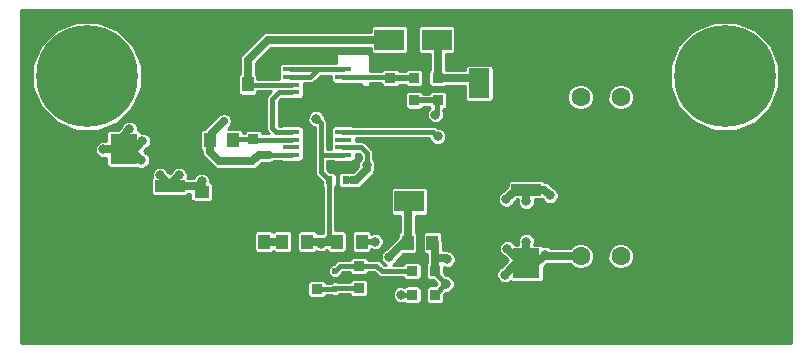
<source format=gtl>
G04 #@! TF.FileFunction,Copper,L1,Top,Signal*
%FSLAX46Y46*%
G04 Gerber Fmt 4.6, Leading zero omitted, Abs format (unit mm)*
G04 Created by KiCad (PCBNEW 4.0.7-e0-6372~58~ubuntu16.10.1) date Sun Sep 17 16:24:02 2017*
%MOMM*%
%LPD*%
G01*
G04 APERTURE LIST*
%ADD10C,0.100000*%
%ADD11R,1.800000X2.500000*%
%ADD12R,1.450000X0.450000*%
%ADD13R,2.300000X2.500000*%
%ADD14R,0.900000X0.900000*%
%ADD15C,8.600000*%
%ADD16C,0.700000*%
%ADD17C,1.600000*%
%ADD18R,1.000000X1.250000*%
%ADD19R,2.500000X1.000000*%
%ADD20R,1.250000X1.000000*%
%ADD21R,0.600000X0.700000*%
%ADD22R,2.500000X1.800000*%
%ADD23R,1.000000X1.300000*%
%ADD24C,0.800000*%
%ADD25C,0.600000*%
%ADD26C,0.400000*%
%ADD27C,0.250000*%
%ADD28C,0.508000*%
%ADD29C,0.712000*%
%ADD30C,0.254000*%
G04 APERTURE END LIST*
D10*
D11*
X39200000Y-6600000D03*
X39200000Y-2600000D03*
D12*
X27700000Y-12675000D03*
X27700000Y-12025000D03*
X27700000Y-11375000D03*
X27700000Y-10725000D03*
X23300000Y-10725000D03*
X23300000Y-11375000D03*
X23300000Y-12025000D03*
X23300000Y-12675000D03*
X27700000Y-7375000D03*
X27700000Y-6725000D03*
X27700000Y-6075000D03*
X27700000Y-5425000D03*
X23300000Y-5425000D03*
X23300000Y-6075000D03*
X23300000Y-6725000D03*
X23300000Y-7375000D03*
D13*
X43200000Y-21850000D03*
X43200000Y-26150000D03*
X9100000Y-12150000D03*
X9100000Y-16450000D03*
D14*
X20100000Y-11350000D03*
X20100000Y-9450000D03*
X33700000Y-8050000D03*
X33700000Y-6150000D03*
X35700000Y-8050000D03*
X35700000Y-6150000D03*
X31700000Y-6150000D03*
X31700000Y-8050000D03*
X35450000Y-22500000D03*
X33550000Y-22500000D03*
X29000000Y-22050000D03*
X29000000Y-23950000D03*
X33550000Y-24500000D03*
X35450000Y-24500000D03*
X25450000Y-24000000D03*
X23550000Y-24000000D03*
D15*
X60000000Y-6000000D03*
D16*
X63225000Y-6000000D03*
X62280419Y-8280419D03*
X60000000Y-9225000D03*
X57719581Y-8280419D03*
X56775000Y-6000000D03*
X57719581Y-3719581D03*
X60000000Y-2775000D03*
X62280419Y-3719581D03*
D15*
X6000000Y-6000000D03*
D16*
X9225000Y-6000000D03*
X8280419Y-8280419D03*
X6000000Y-9225000D03*
X3719581Y-8280419D03*
X2775000Y-6000000D03*
X3719581Y-3719581D03*
X6000000Y-2775000D03*
X8280419Y-3719581D03*
D15*
X60000000Y-23000000D03*
D16*
X63225000Y-23000000D03*
X62280419Y-25280419D03*
X60000000Y-26225000D03*
X57719581Y-25280419D03*
X56775000Y-23000000D03*
X57719581Y-20719581D03*
X60000000Y-19775000D03*
X62280419Y-20719581D03*
D15*
X6000000Y-23000000D03*
D16*
X9225000Y-23000000D03*
X8280419Y-25280419D03*
X6000000Y-26225000D03*
X3719581Y-25280419D03*
X2775000Y-23000000D03*
X3719581Y-20719581D03*
X6000000Y-19775000D03*
X8280419Y-20719581D03*
D17*
X47800000Y-21235000D03*
X51200000Y-21235000D03*
X47800000Y-7765000D03*
X51200000Y-7765000D03*
D18*
X19000000Y-20000000D03*
X21000000Y-20000000D03*
D19*
X13000000Y-15300000D03*
X13000000Y-18300000D03*
X43200000Y-15600000D03*
X43200000Y-12600000D03*
D18*
X16400000Y-11400000D03*
X18400000Y-11400000D03*
D20*
X15700000Y-15800000D03*
X15700000Y-17800000D03*
D18*
X19600000Y-6700000D03*
X17600000Y-6700000D03*
D21*
X27900000Y-14800000D03*
X26500000Y-14800000D03*
D22*
X33300000Y-16600000D03*
X37300000Y-16600000D03*
X31600000Y-2900000D03*
X35600000Y-2900000D03*
D23*
X22550000Y-20000000D03*
X24650000Y-20000000D03*
X27150000Y-20000000D03*
X29250000Y-20000000D03*
X35250000Y-20100000D03*
X33150000Y-20100000D03*
D24*
X31200000Y-24000000D03*
X44800000Y-21100000D03*
X43200000Y-20000000D03*
X41600000Y-20600000D03*
X41400000Y-22800000D03*
X41500000Y-16400000D03*
X43200000Y-16600000D03*
X45200000Y-16100000D03*
X36500000Y-21500000D03*
X35700000Y-11100000D03*
X36400000Y-23600000D03*
X35500000Y-9250000D03*
X25400000Y-9600000D03*
X25800000Y-20200000D03*
X29700000Y-13500000D03*
X10600000Y-13100000D03*
X10700000Y-11500000D03*
X9600000Y-10500000D03*
X7400000Y-12200000D03*
X13800000Y-14400000D03*
X12200000Y-14400000D03*
X15700000Y-14900000D03*
D25*
X17600000Y-9800000D03*
X27000000Y-22500000D03*
X27000000Y-24000000D03*
D24*
X32600000Y-24500000D03*
X31600000Y-21300000D03*
X30400000Y-20000000D03*
D26*
X27700000Y-6075000D02*
X31625000Y-6075000D01*
D27*
X31625000Y-6075000D02*
X31700000Y-6150000D01*
D28*
X33700000Y-6150000D02*
X31700000Y-6150000D01*
D26*
X27700000Y-7375000D02*
X29175000Y-7375000D01*
X29175000Y-7375000D02*
X29850000Y-8050000D01*
X27700000Y-6725000D02*
X29125000Y-6725000D01*
X29850000Y-8050000D02*
X31700000Y-8050000D01*
X29600000Y-7800000D02*
X29850000Y-8050000D01*
X29600000Y-7200000D02*
X29600000Y-7800000D01*
X29125000Y-6725000D02*
X29600000Y-7200000D01*
D29*
X47800000Y-21235000D02*
X44935000Y-21235000D01*
X44800000Y-21100000D02*
X44050000Y-21850000D01*
X44935000Y-21235000D02*
X44800000Y-21100000D01*
X43200000Y-21850000D02*
X44050000Y-21850000D01*
X43200000Y-21850000D02*
X43200000Y-20000000D01*
X43200000Y-21850000D02*
X42850000Y-21850000D01*
X42850000Y-21850000D02*
X41600000Y-20600000D01*
X43200000Y-21850000D02*
X42350000Y-21850000D01*
X42350000Y-21850000D02*
X41400000Y-22800000D01*
X43200000Y-15600000D02*
X42300000Y-15600000D01*
X42300000Y-15600000D02*
X41500000Y-16400000D01*
X43200000Y-15600000D02*
X43200000Y-16600000D01*
X43200000Y-15600000D02*
X44700000Y-15600000D01*
X44700000Y-15600000D02*
X45200000Y-16100000D01*
X35450000Y-21400000D02*
X36400000Y-21400000D01*
X36400000Y-21400000D02*
X36500000Y-21500000D01*
X35250000Y-20100000D02*
X35400000Y-20100000D01*
X35400000Y-20100000D02*
X35450000Y-20150000D01*
X35450000Y-20150000D02*
X35450000Y-21400000D01*
X35450000Y-21400000D02*
X35450000Y-22500000D01*
D26*
X27700000Y-10725000D02*
X35325000Y-10725000D01*
X35325000Y-10725000D02*
X35700000Y-11100000D01*
X36400000Y-23600000D02*
X36350000Y-23600000D01*
X36350000Y-23600000D02*
X35450000Y-24500000D01*
X36400000Y-23600000D02*
X35450000Y-22650000D01*
X35450000Y-22650000D02*
X35450000Y-22500000D01*
D28*
X33700000Y-8050000D02*
X35600000Y-8050000D01*
D27*
X35600000Y-9150000D02*
X35500000Y-9250000D01*
D26*
X35600000Y-8050000D02*
X35600000Y-9150000D01*
D29*
X27150000Y-20000000D02*
X24650000Y-20000000D01*
D26*
X25800000Y-12600000D02*
X25800000Y-14100000D01*
X25800000Y-14100000D02*
X26500000Y-14800000D01*
X25800000Y-12675000D02*
X25800000Y-12600000D01*
X25800000Y-12600000D02*
X25800000Y-10000000D01*
X25800000Y-10000000D02*
X25400000Y-9600000D01*
X26500000Y-14800000D02*
X26500000Y-19500000D01*
X26500000Y-19500000D02*
X25800000Y-20200000D01*
X27700000Y-12675000D02*
X25800000Y-12675000D01*
D28*
X27150000Y-20000000D02*
X26000000Y-20000000D01*
X26000000Y-20000000D02*
X25800000Y-20200000D01*
X24650000Y-20000000D02*
X25600000Y-20000000D01*
X25600000Y-20000000D02*
X25800000Y-20200000D01*
D29*
X28400000Y-14800000D02*
X28800000Y-14800000D01*
D28*
X27900000Y-14800000D02*
X28400000Y-14800000D01*
D29*
X29700000Y-13900000D02*
X29700000Y-13500000D01*
X28800000Y-14800000D02*
X29700000Y-13900000D01*
D26*
X27700000Y-12025000D02*
X29225000Y-12025000D01*
X29225000Y-12025000D02*
X29700000Y-12500000D01*
X29700000Y-12500000D02*
X29700000Y-13500000D01*
D27*
X29225000Y-12025000D02*
X29700000Y-12500000D01*
X29700000Y-12500000D02*
X29700000Y-13500000D01*
D29*
X35700000Y-6150000D02*
X35700000Y-3000000D01*
X35700000Y-3000000D02*
X35600000Y-2900000D01*
X35700000Y-6150000D02*
X38750000Y-6150000D01*
X38750000Y-6150000D02*
X39200000Y-6600000D01*
X9100000Y-12150000D02*
X9650000Y-12150000D01*
X9650000Y-12150000D02*
X10600000Y-13100000D01*
X9100000Y-12150000D02*
X10050000Y-12150000D01*
X10050000Y-12150000D02*
X10700000Y-11500000D01*
X9100000Y-12150000D02*
X9100000Y-11000000D01*
X9100000Y-11000000D02*
X9600000Y-10500000D01*
X9100000Y-12150000D02*
X7450000Y-12150000D01*
X7450000Y-12150000D02*
X7400000Y-12200000D01*
X13000000Y-15300000D02*
X13000000Y-15200000D01*
X13000000Y-15200000D02*
X13800000Y-14400000D01*
X13000000Y-15200000D02*
X12200000Y-14400000D01*
X13000000Y-15300000D02*
X15200000Y-15300000D01*
X15200000Y-15300000D02*
X15700000Y-15800000D01*
X15700000Y-15800000D02*
X15700000Y-14900000D01*
X21400000Y-12675000D02*
X20525000Y-12675000D01*
X16400000Y-11400000D02*
X16400000Y-12400000D01*
X17200000Y-13200000D02*
X20000000Y-13200000D01*
X16400000Y-12400000D02*
X17200000Y-13200000D01*
X20000000Y-13200000D02*
X20525000Y-12675000D01*
X17600000Y-9800000D02*
X16600000Y-10800000D01*
D26*
X20525000Y-12675000D02*
X20000000Y-13200000D01*
X21400000Y-12675000D02*
X23300000Y-12675000D01*
X23300000Y-10725000D02*
X22025000Y-10725000D01*
X22225000Y-7375000D02*
X23300000Y-7375000D01*
X21700000Y-7900000D02*
X22225000Y-7375000D01*
X21700000Y-10400000D02*
X21700000Y-7900000D01*
X22025000Y-10725000D02*
X21700000Y-10400000D01*
X23300000Y-6075000D02*
X24925000Y-6075000D01*
X24925000Y-6075000D02*
X25575000Y-5425000D01*
X27700000Y-5425000D02*
X25575000Y-5425000D01*
X25575000Y-5425000D02*
X23300000Y-5425000D01*
X29000000Y-22050000D02*
X27450000Y-22050000D01*
X27450000Y-22050000D02*
X27000000Y-22500000D01*
X33550000Y-22500000D02*
X30950000Y-22500000D01*
X30950000Y-22500000D02*
X30500000Y-22050000D01*
X30500000Y-22050000D02*
X27450000Y-22050000D01*
X27450000Y-22050000D02*
X27000000Y-22500000D01*
X29000000Y-23950000D02*
X27050000Y-23950000D01*
X27050000Y-23950000D02*
X27000000Y-24000000D01*
X27000000Y-24000000D02*
X25450000Y-24000000D01*
X32600000Y-24500000D02*
X33550000Y-24500000D01*
D29*
X22550000Y-20000000D02*
X21000000Y-20000000D01*
D26*
X20100000Y-11350000D02*
X18450000Y-11350000D01*
X18450000Y-11350000D02*
X18400000Y-11400000D01*
X23300000Y-11375000D02*
X20125000Y-11375000D01*
X20125000Y-11375000D02*
X20100000Y-11350000D01*
D27*
X20125000Y-11375000D02*
X20100000Y-11350000D01*
D29*
X33150000Y-20100000D02*
X33150000Y-16750000D01*
X33150000Y-16750000D02*
X33300000Y-16600000D01*
X33150000Y-20100000D02*
X32800000Y-20100000D01*
X32800000Y-20100000D02*
X31600000Y-21300000D01*
D28*
X30400000Y-20000000D02*
X29250000Y-20000000D01*
D29*
X19600000Y-6700000D02*
X19600000Y-4600000D01*
X21300000Y-2900000D02*
X31600000Y-2900000D01*
X19600000Y-4600000D02*
X21300000Y-2900000D01*
D26*
X23300000Y-6725000D02*
X19625000Y-6725000D01*
X19625000Y-6725000D02*
X19600000Y-6700000D01*
D30*
G36*
X65598000Y-28598000D02*
X402000Y-28598000D01*
X402000Y-26359073D01*
X5322883Y-26359073D01*
X5425733Y-26607989D01*
X5616010Y-26798598D01*
X5864746Y-26901882D01*
X6134073Y-26902117D01*
X6382989Y-26799267D01*
X6573598Y-26608990D01*
X6676882Y-26360254D01*
X6676883Y-26359073D01*
X59322883Y-26359073D01*
X59425733Y-26607989D01*
X59616010Y-26798598D01*
X59864746Y-26901882D01*
X60134073Y-26902117D01*
X60382989Y-26799267D01*
X60573598Y-26608990D01*
X60676882Y-26360254D01*
X60677117Y-26090927D01*
X60574267Y-25842011D01*
X60383990Y-25651402D01*
X60135254Y-25548118D01*
X59865927Y-25547883D01*
X59617011Y-25650733D01*
X59426402Y-25841010D01*
X59323118Y-26089746D01*
X59322883Y-26359073D01*
X6676883Y-26359073D01*
X6677117Y-26090927D01*
X6574267Y-25842011D01*
X6383990Y-25651402D01*
X6135254Y-25548118D01*
X5865927Y-25547883D01*
X5617011Y-25650733D01*
X5426402Y-25841010D01*
X5323118Y-26089746D01*
X5322883Y-26359073D01*
X402000Y-26359073D01*
X402000Y-25414492D01*
X3042464Y-25414492D01*
X3145314Y-25663408D01*
X3335591Y-25854017D01*
X3584327Y-25957301D01*
X3853654Y-25957536D01*
X4102570Y-25854686D01*
X4293179Y-25664409D01*
X4396463Y-25415673D01*
X4396464Y-25414492D01*
X7603302Y-25414492D01*
X7706152Y-25663408D01*
X7896429Y-25854017D01*
X8145165Y-25957301D01*
X8414492Y-25957536D01*
X8663408Y-25854686D01*
X8854017Y-25664409D01*
X8957301Y-25415673D01*
X8957302Y-25414492D01*
X57042464Y-25414492D01*
X57145314Y-25663408D01*
X57335591Y-25854017D01*
X57584327Y-25957301D01*
X57853654Y-25957536D01*
X58102570Y-25854686D01*
X58293179Y-25664409D01*
X58396463Y-25415673D01*
X58396464Y-25414492D01*
X61603302Y-25414492D01*
X61706152Y-25663408D01*
X61896429Y-25854017D01*
X62145165Y-25957301D01*
X62414492Y-25957536D01*
X62663408Y-25854686D01*
X62854017Y-25664409D01*
X62957301Y-25415673D01*
X62957536Y-25146346D01*
X62854686Y-24897430D01*
X62664409Y-24706821D01*
X62415673Y-24603537D01*
X62146346Y-24603302D01*
X61897430Y-24706152D01*
X61706821Y-24896429D01*
X61603537Y-25145165D01*
X61603302Y-25414492D01*
X58396464Y-25414492D01*
X58396698Y-25146346D01*
X58293848Y-24897430D01*
X58103571Y-24706821D01*
X57854835Y-24603537D01*
X57585508Y-24603302D01*
X57336592Y-24706152D01*
X57145983Y-24896429D01*
X57042699Y-25145165D01*
X57042464Y-25414492D01*
X8957302Y-25414492D01*
X8957536Y-25146346D01*
X8854686Y-24897430D01*
X8664409Y-24706821D01*
X8415673Y-24603537D01*
X8146346Y-24603302D01*
X7897430Y-24706152D01*
X7706821Y-24896429D01*
X7603537Y-25145165D01*
X7603302Y-25414492D01*
X4396464Y-25414492D01*
X4396698Y-25146346D01*
X4293848Y-24897430D01*
X4103571Y-24706821D01*
X3854835Y-24603537D01*
X3585508Y-24603302D01*
X3336592Y-24706152D01*
X3145983Y-24896429D01*
X3042699Y-25145165D01*
X3042464Y-25414492D01*
X402000Y-25414492D01*
X402000Y-23134073D01*
X2097883Y-23134073D01*
X2200733Y-23382989D01*
X2391010Y-23573598D01*
X2639746Y-23676882D01*
X2909073Y-23677117D01*
X3157989Y-23574267D01*
X3348598Y-23383990D01*
X3451882Y-23135254D01*
X3451883Y-23134073D01*
X8547883Y-23134073D01*
X8650733Y-23382989D01*
X8841010Y-23573598D01*
X9089746Y-23676882D01*
X9359073Y-23677117D01*
X9607989Y-23574267D01*
X9632298Y-23550000D01*
X24666594Y-23550000D01*
X24666594Y-24450000D01*
X24689395Y-24571179D01*
X24761012Y-24682474D01*
X24870286Y-24757138D01*
X25000000Y-24783406D01*
X25900000Y-24783406D01*
X26021179Y-24760605D01*
X26132474Y-24688988D01*
X26207138Y-24579714D01*
X26217813Y-24527000D01*
X26640141Y-24527000D01*
X26644369Y-24531235D01*
X26874735Y-24626891D01*
X27124171Y-24627109D01*
X27354703Y-24531855D01*
X27409654Y-24477000D01*
X28231082Y-24477000D01*
X28239395Y-24521179D01*
X28311012Y-24632474D01*
X28420286Y-24707138D01*
X28550000Y-24733406D01*
X29450000Y-24733406D01*
X29571179Y-24710605D01*
X29674724Y-24643975D01*
X31872874Y-24643975D01*
X31983320Y-24911275D01*
X32187650Y-25115961D01*
X32454756Y-25226874D01*
X32743975Y-25227126D01*
X32859128Y-25179546D01*
X32861012Y-25182474D01*
X32970286Y-25257138D01*
X33100000Y-25283406D01*
X34000000Y-25283406D01*
X34121179Y-25260605D01*
X34232474Y-25188988D01*
X34307138Y-25079714D01*
X34333406Y-24950000D01*
X34333406Y-24050000D01*
X34310605Y-23928821D01*
X34238988Y-23817526D01*
X34129714Y-23742862D01*
X34000000Y-23716594D01*
X33100000Y-23716594D01*
X32978821Y-23739395D01*
X32867526Y-23811012D01*
X32860665Y-23821053D01*
X32745244Y-23773126D01*
X32456025Y-23772874D01*
X32188725Y-23883320D01*
X31984039Y-24087650D01*
X31873126Y-24354756D01*
X31872874Y-24643975D01*
X29674724Y-24643975D01*
X29682474Y-24638988D01*
X29757138Y-24529714D01*
X29783406Y-24400000D01*
X29783406Y-23500000D01*
X29760605Y-23378821D01*
X29688988Y-23267526D01*
X29579714Y-23192862D01*
X29450000Y-23166594D01*
X28550000Y-23166594D01*
X28428821Y-23189395D01*
X28317526Y-23261012D01*
X28242862Y-23370286D01*
X28232187Y-23423000D01*
X27245416Y-23423000D01*
X27125265Y-23373109D01*
X26875829Y-23372891D01*
X26645297Y-23468145D01*
X26640434Y-23473000D01*
X26218918Y-23473000D01*
X26210605Y-23428821D01*
X26138988Y-23317526D01*
X26029714Y-23242862D01*
X25900000Y-23216594D01*
X25000000Y-23216594D01*
X24878821Y-23239395D01*
X24767526Y-23311012D01*
X24692862Y-23420286D01*
X24666594Y-23550000D01*
X9632298Y-23550000D01*
X9798598Y-23383990D01*
X9901882Y-23135254D01*
X9902117Y-22865927D01*
X9802226Y-22624171D01*
X26372891Y-22624171D01*
X26468145Y-22854703D01*
X26644369Y-23031235D01*
X26874735Y-23126891D01*
X27124171Y-23127109D01*
X27354703Y-23031855D01*
X27531235Y-22855631D01*
X27626891Y-22625265D01*
X27626897Y-22618393D01*
X27668290Y-22577000D01*
X28231082Y-22577000D01*
X28239395Y-22621179D01*
X28311012Y-22732474D01*
X28420286Y-22807138D01*
X28550000Y-22833406D01*
X29450000Y-22833406D01*
X29571179Y-22810605D01*
X29682474Y-22738988D01*
X29757138Y-22629714D01*
X29767813Y-22577000D01*
X30281710Y-22577000D01*
X30577355Y-22872645D01*
X30748325Y-22986885D01*
X30950000Y-23027000D01*
X32781082Y-23027000D01*
X32789395Y-23071179D01*
X32861012Y-23182474D01*
X32970286Y-23257138D01*
X33100000Y-23283406D01*
X34000000Y-23283406D01*
X34121179Y-23260605D01*
X34232474Y-23188988D01*
X34307138Y-23079714D01*
X34333406Y-22950000D01*
X34333406Y-22050000D01*
X34310605Y-21928821D01*
X34238988Y-21817526D01*
X34129714Y-21742862D01*
X34000000Y-21716594D01*
X33100000Y-21716594D01*
X32978821Y-21739395D01*
X32867526Y-21811012D01*
X32792862Y-21920286D01*
X32782187Y-21973000D01*
X31874970Y-21973000D01*
X32011275Y-21916680D01*
X32215961Y-21712350D01*
X32260274Y-21605634D01*
X32782502Y-21083406D01*
X33650000Y-21083406D01*
X33771179Y-21060605D01*
X33882474Y-20988988D01*
X33957138Y-20879714D01*
X33983406Y-20750000D01*
X33983406Y-19450000D01*
X34416594Y-19450000D01*
X34416594Y-20750000D01*
X34439395Y-20871179D01*
X34511012Y-20982474D01*
X34620286Y-21057138D01*
X34750000Y-21083406D01*
X34767000Y-21083406D01*
X34767000Y-21811782D01*
X34692862Y-21920286D01*
X34666594Y-22050000D01*
X34666594Y-22950000D01*
X34689395Y-23071179D01*
X34761012Y-23182474D01*
X34870286Y-23257138D01*
X35000000Y-23283406D01*
X35338116Y-23283406D01*
X35629710Y-23575000D01*
X35488116Y-23716594D01*
X35000000Y-23716594D01*
X34878821Y-23739395D01*
X34767526Y-23811012D01*
X34692862Y-23920286D01*
X34666594Y-24050000D01*
X34666594Y-24950000D01*
X34689395Y-25071179D01*
X34761012Y-25182474D01*
X34870286Y-25257138D01*
X35000000Y-25283406D01*
X35900000Y-25283406D01*
X36021179Y-25260605D01*
X36132474Y-25188988D01*
X36207138Y-25079714D01*
X36233406Y-24950000D01*
X36233406Y-24461884D01*
X36368317Y-24326973D01*
X36543975Y-24327126D01*
X36811275Y-24216680D01*
X37015961Y-24012350D01*
X37126874Y-23745244D01*
X37127126Y-23456025D01*
X37016680Y-23188725D01*
X36812350Y-22984039D01*
X36715866Y-22943975D01*
X40672874Y-22943975D01*
X40783320Y-23211275D01*
X40987650Y-23415961D01*
X41254756Y-23526874D01*
X41543975Y-23527126D01*
X41811275Y-23416680D01*
X41861245Y-23366797D01*
X41920286Y-23407138D01*
X42050000Y-23433406D01*
X44350000Y-23433406D01*
X44471179Y-23410605D01*
X44582474Y-23338988D01*
X44657138Y-23229714D01*
X44676505Y-23134073D01*
X56097883Y-23134073D01*
X56200733Y-23382989D01*
X56391010Y-23573598D01*
X56639746Y-23676882D01*
X56909073Y-23677117D01*
X57157989Y-23574267D01*
X57348598Y-23383990D01*
X57451882Y-23135254D01*
X57451883Y-23134073D01*
X62547883Y-23134073D01*
X62650733Y-23382989D01*
X62841010Y-23573598D01*
X63089746Y-23676882D01*
X63359073Y-23677117D01*
X63607989Y-23574267D01*
X63798598Y-23383990D01*
X63901882Y-23135254D01*
X63902117Y-22865927D01*
X63799267Y-22617011D01*
X63608990Y-22426402D01*
X63360254Y-22323118D01*
X63090927Y-22322883D01*
X62842011Y-22425733D01*
X62651402Y-22616010D01*
X62548118Y-22864746D01*
X62547883Y-23134073D01*
X57451883Y-23134073D01*
X57452117Y-22865927D01*
X57349267Y-22617011D01*
X57158990Y-22426402D01*
X56910254Y-22323118D01*
X56640927Y-22322883D01*
X56392011Y-22425733D01*
X56201402Y-22616010D01*
X56098118Y-22864746D01*
X56097883Y-23134073D01*
X44676505Y-23134073D01*
X44683406Y-23100000D01*
X44683406Y-22182502D01*
X44947908Y-21918000D01*
X46889380Y-21918000D01*
X47160772Y-22189867D01*
X47574842Y-22361804D01*
X48023191Y-22362195D01*
X48437560Y-22190981D01*
X48754867Y-21874228D01*
X48926804Y-21460158D01*
X48926805Y-21458191D01*
X50072805Y-21458191D01*
X50244019Y-21872560D01*
X50560772Y-22189867D01*
X50974842Y-22361804D01*
X51423191Y-22362195D01*
X51837560Y-22190981D01*
X52154867Y-21874228D01*
X52326804Y-21460158D01*
X52327195Y-21011809D01*
X52261847Y-20853654D01*
X57042464Y-20853654D01*
X57145314Y-21102570D01*
X57335591Y-21293179D01*
X57584327Y-21396463D01*
X57853654Y-21396698D01*
X58102570Y-21293848D01*
X58293179Y-21103571D01*
X58396463Y-20854835D01*
X58396464Y-20853654D01*
X61603302Y-20853654D01*
X61706152Y-21102570D01*
X61896429Y-21293179D01*
X62145165Y-21396463D01*
X62414492Y-21396698D01*
X62663408Y-21293848D01*
X62854017Y-21103571D01*
X62957301Y-20854835D01*
X62957536Y-20585508D01*
X62854686Y-20336592D01*
X62664409Y-20145983D01*
X62415673Y-20042699D01*
X62146346Y-20042464D01*
X61897430Y-20145314D01*
X61706821Y-20335591D01*
X61603537Y-20584327D01*
X61603302Y-20853654D01*
X58396464Y-20853654D01*
X58396698Y-20585508D01*
X58293848Y-20336592D01*
X58103571Y-20145983D01*
X57854835Y-20042699D01*
X57585508Y-20042464D01*
X57336592Y-20145314D01*
X57145983Y-20335591D01*
X57042699Y-20584327D01*
X57042464Y-20853654D01*
X52261847Y-20853654D01*
X52155981Y-20597440D01*
X51839228Y-20280133D01*
X51425158Y-20108196D01*
X50976809Y-20107805D01*
X50562440Y-20279019D01*
X50245133Y-20595772D01*
X50073196Y-21009842D01*
X50072805Y-21458191D01*
X48926805Y-21458191D01*
X48927195Y-21011809D01*
X48755981Y-20597440D01*
X48439228Y-20280133D01*
X48025158Y-20108196D01*
X47576809Y-20107805D01*
X47162440Y-20279019D01*
X46888982Y-20552000D01*
X45280193Y-20552000D01*
X45212350Y-20484039D01*
X44945244Y-20373126D01*
X44656025Y-20372874D01*
X44605787Y-20393632D01*
X44588988Y-20367526D01*
X44479714Y-20292862D01*
X44350000Y-20266594D01*
X43883000Y-20266594D01*
X43883000Y-20250903D01*
X43926874Y-20145244D01*
X43927079Y-19909073D01*
X59322883Y-19909073D01*
X59425733Y-20157989D01*
X59616010Y-20348598D01*
X59864746Y-20451882D01*
X60134073Y-20452117D01*
X60382989Y-20349267D01*
X60573598Y-20158990D01*
X60676882Y-19910254D01*
X60677117Y-19640927D01*
X60574267Y-19392011D01*
X60383990Y-19201402D01*
X60135254Y-19098118D01*
X59865927Y-19097883D01*
X59617011Y-19200733D01*
X59426402Y-19391010D01*
X59323118Y-19639746D01*
X59322883Y-19909073D01*
X43927079Y-19909073D01*
X43927126Y-19856025D01*
X43816680Y-19588725D01*
X43612350Y-19384039D01*
X43345244Y-19273126D01*
X43056025Y-19272874D01*
X42788725Y-19383320D01*
X42584039Y-19587650D01*
X42473126Y-19854756D01*
X42472874Y-20143975D01*
X42517000Y-20250768D01*
X42517000Y-20266594D01*
X42248855Y-20266594D01*
X42216680Y-20188725D01*
X42012350Y-19984039D01*
X41745244Y-19873126D01*
X41456025Y-19872874D01*
X41188725Y-19983320D01*
X40984039Y-20187650D01*
X40873126Y-20454756D01*
X40872874Y-20743975D01*
X40983320Y-21011275D01*
X41187650Y-21215961D01*
X41294366Y-21260274D01*
X41634092Y-21600000D01*
X41094461Y-22139631D01*
X40988725Y-22183320D01*
X40784039Y-22387650D01*
X40673126Y-22654756D01*
X40672874Y-22943975D01*
X36715866Y-22943975D01*
X36545244Y-22873126D01*
X36418305Y-22873015D01*
X36233406Y-22688116D01*
X36233406Y-22176485D01*
X36354756Y-22226874D01*
X36643975Y-22227126D01*
X36911275Y-22116680D01*
X37115961Y-21912350D01*
X37226874Y-21645244D01*
X37227126Y-21356025D01*
X37116680Y-21088725D01*
X36912350Y-20884039D01*
X36704203Y-20797608D01*
X36661373Y-20768990D01*
X36400000Y-20717000D01*
X36133000Y-20717000D01*
X36133000Y-20150000D01*
X36083406Y-19900673D01*
X36083406Y-19450000D01*
X36060605Y-19328821D01*
X35988988Y-19217526D01*
X35879714Y-19142862D01*
X35750000Y-19116594D01*
X34750000Y-19116594D01*
X34628821Y-19139395D01*
X34517526Y-19211012D01*
X34442862Y-19320286D01*
X34416594Y-19450000D01*
X33983406Y-19450000D01*
X33960605Y-19328821D01*
X33888988Y-19217526D01*
X33833000Y-19179271D01*
X33833000Y-17833406D01*
X34550000Y-17833406D01*
X34671179Y-17810605D01*
X34782474Y-17738988D01*
X34857138Y-17629714D01*
X34883406Y-17500000D01*
X34883406Y-16543975D01*
X40772874Y-16543975D01*
X40883320Y-16811275D01*
X41087650Y-17015961D01*
X41354756Y-17126874D01*
X41643975Y-17127126D01*
X41911275Y-17016680D01*
X42115961Y-16812350D01*
X42160274Y-16705634D01*
X42432502Y-16433406D01*
X42481991Y-16433406D01*
X42473126Y-16454756D01*
X42472874Y-16743975D01*
X42583320Y-17011275D01*
X42787650Y-17215961D01*
X43054756Y-17326874D01*
X43343975Y-17327126D01*
X43611275Y-17216680D01*
X43815961Y-17012350D01*
X43926874Y-16745244D01*
X43927126Y-16456025D01*
X43917780Y-16433406D01*
X44450000Y-16433406D01*
X44543849Y-16415747D01*
X44583320Y-16511275D01*
X44787650Y-16715961D01*
X45054756Y-16826874D01*
X45343975Y-16827126D01*
X45611275Y-16716680D01*
X45815961Y-16512350D01*
X45926874Y-16245244D01*
X45927126Y-15956025D01*
X45816680Y-15688725D01*
X45612350Y-15484039D01*
X45505634Y-15439726D01*
X45182954Y-15117046D01*
X44961373Y-14968990D01*
X44723881Y-14921750D01*
X44688988Y-14867526D01*
X44579714Y-14792862D01*
X44450000Y-14766594D01*
X41950000Y-14766594D01*
X41828821Y-14789395D01*
X41717526Y-14861012D01*
X41642862Y-14970286D01*
X41616594Y-15100000D01*
X41616594Y-15317498D01*
X41194461Y-15739631D01*
X41088725Y-15783320D01*
X40884039Y-15987650D01*
X40773126Y-16254756D01*
X40772874Y-16543975D01*
X34883406Y-16543975D01*
X34883406Y-15700000D01*
X34860605Y-15578821D01*
X34788988Y-15467526D01*
X34679714Y-15392862D01*
X34550000Y-15366594D01*
X32050000Y-15366594D01*
X31928821Y-15389395D01*
X31817526Y-15461012D01*
X31742862Y-15570286D01*
X31716594Y-15700000D01*
X31716594Y-17500000D01*
X31739395Y-17621179D01*
X31811012Y-17732474D01*
X31920286Y-17807138D01*
X32050000Y-17833406D01*
X32467000Y-17833406D01*
X32467000Y-19179176D01*
X32417526Y-19211012D01*
X32342862Y-19320286D01*
X32316594Y-19450000D01*
X32316594Y-19617498D01*
X31294461Y-20639631D01*
X31188725Y-20683320D01*
X30984039Y-20887650D01*
X30873126Y-21154756D01*
X30872874Y-21443975D01*
X30983320Y-21711275D01*
X31187650Y-21915961D01*
X31325014Y-21973000D01*
X31168290Y-21973000D01*
X30872645Y-21677355D01*
X30701675Y-21563115D01*
X30500000Y-21523000D01*
X29768918Y-21523000D01*
X29760605Y-21478821D01*
X29688988Y-21367526D01*
X29579714Y-21292862D01*
X29450000Y-21266594D01*
X28550000Y-21266594D01*
X28428821Y-21289395D01*
X28317526Y-21361012D01*
X28242862Y-21470286D01*
X28232187Y-21523000D01*
X27450000Y-21523000D01*
X27248325Y-21563115D01*
X27077355Y-21677355D01*
X26881814Y-21872896D01*
X26875829Y-21872891D01*
X26645297Y-21968145D01*
X26468765Y-22144369D01*
X26373109Y-22374735D01*
X26372891Y-22624171D01*
X9802226Y-22624171D01*
X9799267Y-22617011D01*
X9608990Y-22426402D01*
X9360254Y-22323118D01*
X9090927Y-22322883D01*
X8842011Y-22425733D01*
X8651402Y-22616010D01*
X8548118Y-22864746D01*
X8547883Y-23134073D01*
X3451883Y-23134073D01*
X3452117Y-22865927D01*
X3349267Y-22617011D01*
X3158990Y-22426402D01*
X2910254Y-22323118D01*
X2640927Y-22322883D01*
X2392011Y-22425733D01*
X2201402Y-22616010D01*
X2098118Y-22864746D01*
X2097883Y-23134073D01*
X402000Y-23134073D01*
X402000Y-20853654D01*
X3042464Y-20853654D01*
X3145314Y-21102570D01*
X3335591Y-21293179D01*
X3584327Y-21396463D01*
X3853654Y-21396698D01*
X4102570Y-21293848D01*
X4293179Y-21103571D01*
X4396463Y-20854835D01*
X4396464Y-20853654D01*
X7603302Y-20853654D01*
X7706152Y-21102570D01*
X7896429Y-21293179D01*
X8145165Y-21396463D01*
X8414492Y-21396698D01*
X8663408Y-21293848D01*
X8854017Y-21103571D01*
X8957301Y-20854835D01*
X8957536Y-20585508D01*
X8854686Y-20336592D01*
X8664409Y-20145983D01*
X8415673Y-20042699D01*
X8146346Y-20042464D01*
X7897430Y-20145314D01*
X7706821Y-20335591D01*
X7603537Y-20584327D01*
X7603302Y-20853654D01*
X4396464Y-20853654D01*
X4396698Y-20585508D01*
X4293848Y-20336592D01*
X4103571Y-20145983D01*
X3854835Y-20042699D01*
X3585508Y-20042464D01*
X3336592Y-20145314D01*
X3145983Y-20335591D01*
X3042699Y-20584327D01*
X3042464Y-20853654D01*
X402000Y-20853654D01*
X402000Y-19909073D01*
X5322883Y-19909073D01*
X5425733Y-20157989D01*
X5616010Y-20348598D01*
X5864746Y-20451882D01*
X6134073Y-20452117D01*
X6382989Y-20349267D01*
X6573598Y-20158990D01*
X6676882Y-19910254D01*
X6677117Y-19640927D01*
X6574267Y-19392011D01*
X6557286Y-19375000D01*
X20166594Y-19375000D01*
X20166594Y-20625000D01*
X20189395Y-20746179D01*
X20261012Y-20857474D01*
X20370286Y-20932138D01*
X20500000Y-20958406D01*
X21500000Y-20958406D01*
X21621179Y-20935605D01*
X21732474Y-20863988D01*
X21766794Y-20813759D01*
X21811012Y-20882474D01*
X21920286Y-20957138D01*
X22050000Y-20983406D01*
X23050000Y-20983406D01*
X23171179Y-20960605D01*
X23282474Y-20888988D01*
X23357138Y-20779714D01*
X23383406Y-20650000D01*
X23383406Y-19350000D01*
X23816594Y-19350000D01*
X23816594Y-20650000D01*
X23839395Y-20771179D01*
X23911012Y-20882474D01*
X24020286Y-20957138D01*
X24150000Y-20983406D01*
X25150000Y-20983406D01*
X25271179Y-20960605D01*
X25382474Y-20888988D01*
X25422487Y-20830427D01*
X25654756Y-20926874D01*
X25943975Y-20927126D01*
X26211275Y-20816680D01*
X26326343Y-20701812D01*
X26339395Y-20771179D01*
X26411012Y-20882474D01*
X26520286Y-20957138D01*
X26650000Y-20983406D01*
X27650000Y-20983406D01*
X27771179Y-20960605D01*
X27882474Y-20888988D01*
X27957138Y-20779714D01*
X27983406Y-20650000D01*
X27983406Y-19350000D01*
X28416594Y-19350000D01*
X28416594Y-20650000D01*
X28439395Y-20771179D01*
X28511012Y-20882474D01*
X28620286Y-20957138D01*
X28750000Y-20983406D01*
X29750000Y-20983406D01*
X29871179Y-20960605D01*
X29982474Y-20888988D01*
X30057138Y-20779714D01*
X30082337Y-20655279D01*
X30254756Y-20726874D01*
X30543975Y-20727126D01*
X30811275Y-20616680D01*
X31015961Y-20412350D01*
X31126874Y-20145244D01*
X31127126Y-19856025D01*
X31016680Y-19588725D01*
X30812350Y-19384039D01*
X30545244Y-19273126D01*
X30256025Y-19272874D01*
X30082393Y-19344617D01*
X30060605Y-19228821D01*
X29988988Y-19117526D01*
X29879714Y-19042862D01*
X29750000Y-19016594D01*
X28750000Y-19016594D01*
X28628821Y-19039395D01*
X28517526Y-19111012D01*
X28442862Y-19220286D01*
X28416594Y-19350000D01*
X27983406Y-19350000D01*
X27960605Y-19228821D01*
X27888988Y-19117526D01*
X27779714Y-19042862D01*
X27650000Y-19016594D01*
X27027000Y-19016594D01*
X27027000Y-15392510D01*
X27032474Y-15388988D01*
X27107138Y-15279714D01*
X27133406Y-15150000D01*
X27133406Y-14450000D01*
X27110605Y-14328821D01*
X27038988Y-14217526D01*
X26929714Y-14142862D01*
X26800000Y-14116594D01*
X26561885Y-14116594D01*
X26327000Y-13881710D01*
X26327000Y-13202000D01*
X26837766Y-13202000D01*
X26845286Y-13207138D01*
X26975000Y-13233406D01*
X28425000Y-13233406D01*
X28546179Y-13210605D01*
X28657474Y-13138988D01*
X28732138Y-13029714D01*
X28758406Y-12900000D01*
X28758406Y-12552000D01*
X29006710Y-12552000D01*
X29173000Y-12718291D01*
X29173000Y-12998844D01*
X29084039Y-13087650D01*
X28973126Y-13354756D01*
X28972874Y-13643975D01*
X28977916Y-13656176D01*
X28517092Y-14117000D01*
X28400000Y-14117000D01*
X28300116Y-14136868D01*
X28200000Y-14116594D01*
X27600000Y-14116594D01*
X27478821Y-14139395D01*
X27367526Y-14211012D01*
X27292862Y-14320286D01*
X27266594Y-14450000D01*
X27266594Y-15150000D01*
X27289395Y-15271179D01*
X27361012Y-15382474D01*
X27470286Y-15457138D01*
X27600000Y-15483406D01*
X28200000Y-15483406D01*
X28303827Y-15463870D01*
X28400000Y-15483000D01*
X28800000Y-15483000D01*
X29061373Y-15431010D01*
X29282954Y-15282954D01*
X30182954Y-14382954D01*
X30331010Y-14161373D01*
X30383000Y-13900000D01*
X30383000Y-13750903D01*
X30426874Y-13645244D01*
X30427126Y-13356025D01*
X30316680Y-13088725D01*
X30227000Y-12998889D01*
X30227000Y-12500000D01*
X30186885Y-12298326D01*
X30119831Y-12197973D01*
X30072645Y-12127354D01*
X29597645Y-11652355D01*
X29426675Y-11538115D01*
X29225000Y-11498000D01*
X28758406Y-11498000D01*
X28758406Y-11252000D01*
X34976190Y-11252000D01*
X35083320Y-11511275D01*
X35287650Y-11715961D01*
X35554756Y-11826874D01*
X35843975Y-11827126D01*
X36111275Y-11716680D01*
X36315961Y-11512350D01*
X36426874Y-11245244D01*
X36427126Y-10956025D01*
X36316680Y-10688725D01*
X36112350Y-10484039D01*
X35845244Y-10373126D01*
X35718305Y-10373015D01*
X35697645Y-10352355D01*
X35526675Y-10238115D01*
X35325000Y-10198000D01*
X28562234Y-10198000D01*
X28554714Y-10192862D01*
X28425000Y-10166594D01*
X26975000Y-10166594D01*
X26853821Y-10189395D01*
X26742526Y-10261012D01*
X26667862Y-10370286D01*
X26641594Y-10500000D01*
X26641594Y-10950000D01*
X26661101Y-11053673D01*
X26641594Y-11150000D01*
X26641594Y-11600000D01*
X26661101Y-11703673D01*
X26641594Y-11800000D01*
X26641594Y-12148000D01*
X26327000Y-12148000D01*
X26327000Y-10000000D01*
X26286885Y-9798326D01*
X26199532Y-9667594D01*
X26172645Y-9627354D01*
X26127016Y-9581726D01*
X26127126Y-9456025D01*
X26016680Y-9188725D01*
X25812350Y-8984039D01*
X25545244Y-8873126D01*
X25256025Y-8872874D01*
X24988725Y-8983320D01*
X24784039Y-9187650D01*
X24673126Y-9454756D01*
X24672874Y-9743975D01*
X24783320Y-10011275D01*
X24987650Y-10215961D01*
X25254756Y-10326874D01*
X25273000Y-10326890D01*
X25273000Y-14100000D01*
X25313115Y-14301675D01*
X25427355Y-14472645D01*
X25866594Y-14911885D01*
X25866594Y-15150000D01*
X25889395Y-15271179D01*
X25961012Y-15382474D01*
X25973000Y-15390665D01*
X25973000Y-19281709D01*
X25937709Y-19317000D01*
X25477197Y-19317000D01*
X25460605Y-19228821D01*
X25388988Y-19117526D01*
X25279714Y-19042862D01*
X25150000Y-19016594D01*
X24150000Y-19016594D01*
X24028821Y-19039395D01*
X23917526Y-19111012D01*
X23842862Y-19220286D01*
X23816594Y-19350000D01*
X23383406Y-19350000D01*
X23360605Y-19228821D01*
X23288988Y-19117526D01*
X23179714Y-19042862D01*
X23050000Y-19016594D01*
X22050000Y-19016594D01*
X21928821Y-19039395D01*
X21817526Y-19111012D01*
X21766636Y-19185492D01*
X21738988Y-19142526D01*
X21629714Y-19067862D01*
X21500000Y-19041594D01*
X20500000Y-19041594D01*
X20378821Y-19064395D01*
X20267526Y-19136012D01*
X20192862Y-19245286D01*
X20166594Y-19375000D01*
X6557286Y-19375000D01*
X6383990Y-19201402D01*
X6135254Y-19098118D01*
X5865927Y-19097883D01*
X5617011Y-19200733D01*
X5426402Y-19391010D01*
X5323118Y-19639746D01*
X5322883Y-19909073D01*
X402000Y-19909073D01*
X402000Y-14800000D01*
X11416594Y-14800000D01*
X11416594Y-15800000D01*
X11439395Y-15921179D01*
X11511012Y-16032474D01*
X11620286Y-16107138D01*
X11750000Y-16133406D01*
X14250000Y-16133406D01*
X14371179Y-16110605D01*
X14482474Y-16038988D01*
X14520729Y-15983000D01*
X14741594Y-15983000D01*
X14741594Y-16300000D01*
X14764395Y-16421179D01*
X14836012Y-16532474D01*
X14945286Y-16607138D01*
X15075000Y-16633406D01*
X16325000Y-16633406D01*
X16446179Y-16610605D01*
X16557474Y-16538988D01*
X16632138Y-16429714D01*
X16658406Y-16300000D01*
X16658406Y-15300000D01*
X16635605Y-15178821D01*
X16563988Y-15067526D01*
X16454714Y-14992862D01*
X16426925Y-14987234D01*
X16427126Y-14756025D01*
X16316680Y-14488725D01*
X16112350Y-14284039D01*
X15845244Y-14173126D01*
X15556025Y-14172874D01*
X15288725Y-14283320D01*
X15084039Y-14487650D01*
X15030328Y-14617000D01*
X14520824Y-14617000D01*
X14506391Y-14594571D01*
X14526874Y-14545244D01*
X14527126Y-14256025D01*
X14416680Y-13988725D01*
X14212350Y-13784039D01*
X13945244Y-13673126D01*
X13656025Y-13672874D01*
X13388725Y-13783320D01*
X13184039Y-13987650D01*
X13139726Y-14094366D01*
X13000000Y-14234092D01*
X12860369Y-14094461D01*
X12816680Y-13988725D01*
X12612350Y-13784039D01*
X12345244Y-13673126D01*
X12056025Y-13672874D01*
X11788725Y-13783320D01*
X11584039Y-13987650D01*
X11473126Y-14254756D01*
X11472874Y-14543975D01*
X11494087Y-14595315D01*
X11442862Y-14670286D01*
X11416594Y-14800000D01*
X402000Y-14800000D01*
X402000Y-12343975D01*
X6672874Y-12343975D01*
X6783320Y-12611275D01*
X6987650Y-12815961D01*
X7254756Y-12926874D01*
X7543975Y-12927126D01*
X7616594Y-12897120D01*
X7616594Y-13400000D01*
X7639395Y-13521179D01*
X7711012Y-13632474D01*
X7820286Y-13707138D01*
X7950000Y-13733406D01*
X10229662Y-13733406D01*
X10454756Y-13826874D01*
X10743975Y-13827126D01*
X11011275Y-13716680D01*
X11215961Y-13512350D01*
X11326874Y-13245244D01*
X11327126Y-12956025D01*
X11216680Y-12688725D01*
X11012350Y-12484039D01*
X10905634Y-12439726D01*
X10815908Y-12350000D01*
X11005539Y-12160369D01*
X11111275Y-12116680D01*
X11315961Y-11912350D01*
X11426874Y-11645244D01*
X11427126Y-11356025D01*
X11316680Y-11088725D01*
X11112350Y-10884039D01*
X10849758Y-10775000D01*
X15566594Y-10775000D01*
X15566594Y-12025000D01*
X15589395Y-12146179D01*
X15661012Y-12257474D01*
X15717000Y-12295729D01*
X15717000Y-12400000D01*
X15768990Y-12661373D01*
X15917046Y-12882954D01*
X16717046Y-13682954D01*
X16938627Y-13831010D01*
X17200000Y-13883000D01*
X20000000Y-13883000D01*
X20261373Y-13831010D01*
X20482954Y-13682954D01*
X20807908Y-13358000D01*
X21400000Y-13358000D01*
X21661373Y-13306010D01*
X21817035Y-13202000D01*
X22437766Y-13202000D01*
X22445286Y-13207138D01*
X22575000Y-13233406D01*
X24025000Y-13233406D01*
X24146179Y-13210605D01*
X24257474Y-13138988D01*
X24332138Y-13029714D01*
X24358406Y-12900000D01*
X24358406Y-12450000D01*
X24338899Y-12346327D01*
X24358406Y-12250000D01*
X24358406Y-11800000D01*
X24338899Y-11696327D01*
X24358406Y-11600000D01*
X24358406Y-11150000D01*
X24338899Y-11046327D01*
X24358406Y-10950000D01*
X24358406Y-10500000D01*
X24335605Y-10378821D01*
X24263988Y-10267526D01*
X24154714Y-10192862D01*
X24025000Y-10166594D01*
X22575000Y-10166594D01*
X22453821Y-10189395D01*
X22440449Y-10198000D01*
X22243291Y-10198000D01*
X22227000Y-10181710D01*
X22227000Y-8118290D01*
X22441048Y-7904242D01*
X22445286Y-7907138D01*
X22575000Y-7933406D01*
X24025000Y-7933406D01*
X24146179Y-7910605D01*
X24257474Y-7838988D01*
X24332138Y-7729714D01*
X24358406Y-7600000D01*
X32916594Y-7600000D01*
X32916594Y-8500000D01*
X32939395Y-8621179D01*
X33011012Y-8732474D01*
X33120286Y-8807138D01*
X33250000Y-8833406D01*
X34150000Y-8833406D01*
X34271179Y-8810605D01*
X34382474Y-8738988D01*
X34456259Y-8631000D01*
X34945715Y-8631000D01*
X35002558Y-8719337D01*
X34884039Y-8837650D01*
X34773126Y-9104756D01*
X34772874Y-9393975D01*
X34883320Y-9661275D01*
X35087650Y-9865961D01*
X35354756Y-9976874D01*
X35643975Y-9977126D01*
X35911275Y-9866680D01*
X36115961Y-9662350D01*
X36226874Y-9395244D01*
X36227126Y-9106025D01*
X36127000Y-8863701D01*
X36127000Y-8833406D01*
X36150000Y-8833406D01*
X36271179Y-8810605D01*
X36382474Y-8738988D01*
X36457138Y-8629714D01*
X36483406Y-8500000D01*
X36483406Y-7600000D01*
X36460605Y-7478821D01*
X36388988Y-7367526D01*
X36279714Y-7292862D01*
X36150000Y-7266594D01*
X35250000Y-7266594D01*
X35128821Y-7289395D01*
X35017526Y-7361012D01*
X34943741Y-7469000D01*
X34454285Y-7469000D01*
X34388988Y-7367526D01*
X34279714Y-7292862D01*
X34150000Y-7266594D01*
X33250000Y-7266594D01*
X33128821Y-7289395D01*
X33017526Y-7361012D01*
X32942862Y-7470286D01*
X32916594Y-7600000D01*
X24358406Y-7600000D01*
X24358406Y-7150000D01*
X24338899Y-7046327D01*
X24358406Y-6950000D01*
X24358406Y-6602000D01*
X24925000Y-6602000D01*
X25126675Y-6561885D01*
X25297645Y-6447645D01*
X25793290Y-5952000D01*
X26641594Y-5952000D01*
X26641594Y-6300000D01*
X26664395Y-6421179D01*
X26736012Y-6532474D01*
X26845286Y-6607138D01*
X26975000Y-6633406D01*
X27073000Y-6633406D01*
X27073000Y-6800000D01*
X27081685Y-6846159D01*
X27108965Y-6888553D01*
X27150590Y-6916994D01*
X27200000Y-6927000D01*
X29800000Y-6927000D01*
X29846159Y-6918315D01*
X29888553Y-6891035D01*
X29916994Y-6849410D01*
X29927000Y-6800000D01*
X29927000Y-6602000D01*
X30916970Y-6602000D01*
X30939395Y-6721179D01*
X31011012Y-6832474D01*
X31120286Y-6907138D01*
X31250000Y-6933406D01*
X32150000Y-6933406D01*
X32271179Y-6910605D01*
X32382474Y-6838988D01*
X32456259Y-6731000D01*
X32945715Y-6731000D01*
X33011012Y-6832474D01*
X33120286Y-6907138D01*
X33250000Y-6933406D01*
X34150000Y-6933406D01*
X34271179Y-6910605D01*
X34382474Y-6838988D01*
X34457138Y-6729714D01*
X34483406Y-6600000D01*
X34483406Y-5700000D01*
X34460605Y-5578821D01*
X34388988Y-5467526D01*
X34279714Y-5392862D01*
X34150000Y-5366594D01*
X33250000Y-5366594D01*
X33128821Y-5389395D01*
X33017526Y-5461012D01*
X32943741Y-5569000D01*
X32454285Y-5569000D01*
X32388988Y-5467526D01*
X32279714Y-5392862D01*
X32150000Y-5366594D01*
X31250000Y-5366594D01*
X31128821Y-5389395D01*
X31017526Y-5461012D01*
X30958089Y-5548000D01*
X29927000Y-5548000D01*
X29927000Y-4200000D01*
X29918315Y-4153841D01*
X29891035Y-4111447D01*
X29849410Y-4083006D01*
X29800000Y-4073000D01*
X27200000Y-4073000D01*
X27153841Y-4081685D01*
X27111447Y-4108965D01*
X27083006Y-4150590D01*
X27073000Y-4200000D01*
X27073000Y-4866594D01*
X26975000Y-4866594D01*
X26853821Y-4889395D01*
X26840449Y-4898000D01*
X24162234Y-4898000D01*
X24154714Y-4892862D01*
X24025000Y-4866594D01*
X22575000Y-4866594D01*
X22453821Y-4889395D01*
X22342526Y-4961012D01*
X22267862Y-5070286D01*
X22241594Y-5200000D01*
X22241594Y-5650000D01*
X22261101Y-5753673D01*
X22241594Y-5850000D01*
X22241594Y-6198000D01*
X20433406Y-6198000D01*
X20433406Y-6075000D01*
X20410605Y-5953821D01*
X20338988Y-5842526D01*
X20283000Y-5804271D01*
X20283000Y-4882908D01*
X21582908Y-3583000D01*
X30016594Y-3583000D01*
X30016594Y-3800000D01*
X30039395Y-3921179D01*
X30111012Y-4032474D01*
X30220286Y-4107138D01*
X30350000Y-4133406D01*
X32850000Y-4133406D01*
X32971179Y-4110605D01*
X33082474Y-4038988D01*
X33157138Y-3929714D01*
X33183406Y-3800000D01*
X33183406Y-2000000D01*
X34016594Y-2000000D01*
X34016594Y-3800000D01*
X34039395Y-3921179D01*
X34111012Y-4032474D01*
X34220286Y-4107138D01*
X34350000Y-4133406D01*
X35017000Y-4133406D01*
X35017000Y-5461782D01*
X34942862Y-5570286D01*
X34916594Y-5700000D01*
X34916594Y-6600000D01*
X34939395Y-6721179D01*
X35011012Y-6832474D01*
X35120286Y-6907138D01*
X35250000Y-6933406D01*
X36150000Y-6933406D01*
X36271179Y-6910605D01*
X36382474Y-6838988D01*
X36386565Y-6833000D01*
X37966594Y-6833000D01*
X37966594Y-7850000D01*
X37989395Y-7971179D01*
X38061012Y-8082474D01*
X38170286Y-8157138D01*
X38300000Y-8183406D01*
X40100000Y-8183406D01*
X40221179Y-8160605D01*
X40332474Y-8088988D01*
X40401345Y-7988191D01*
X46672805Y-7988191D01*
X46844019Y-8402560D01*
X47160772Y-8719867D01*
X47574842Y-8891804D01*
X48023191Y-8892195D01*
X48437560Y-8720981D01*
X48754867Y-8404228D01*
X48926804Y-7990158D01*
X48926805Y-7988191D01*
X50072805Y-7988191D01*
X50244019Y-8402560D01*
X50560772Y-8719867D01*
X50974842Y-8891804D01*
X51423191Y-8892195D01*
X51837560Y-8720981D01*
X52154867Y-8404228D01*
X52326804Y-7990158D01*
X52327195Y-7541809D01*
X52155981Y-7127440D01*
X51945239Y-6916329D01*
X55372199Y-6916329D01*
X56075133Y-8617561D01*
X57375593Y-9920292D01*
X59075595Y-10626195D01*
X60916329Y-10627801D01*
X62617561Y-9924867D01*
X63920292Y-8624407D01*
X64626195Y-6924405D01*
X64627801Y-5083671D01*
X63924867Y-3382439D01*
X62624407Y-2079708D01*
X60924405Y-1373805D01*
X59083671Y-1372199D01*
X57382439Y-2075133D01*
X56079708Y-3375593D01*
X55373805Y-5075595D01*
X55372199Y-6916329D01*
X51945239Y-6916329D01*
X51839228Y-6810133D01*
X51425158Y-6638196D01*
X50976809Y-6637805D01*
X50562440Y-6809019D01*
X50245133Y-7125772D01*
X50073196Y-7539842D01*
X50072805Y-7988191D01*
X48926805Y-7988191D01*
X48927195Y-7541809D01*
X48755981Y-7127440D01*
X48439228Y-6810133D01*
X48025158Y-6638196D01*
X47576809Y-6637805D01*
X47162440Y-6809019D01*
X46845133Y-7125772D01*
X46673196Y-7539842D01*
X46672805Y-7988191D01*
X40401345Y-7988191D01*
X40407138Y-7979714D01*
X40433406Y-7850000D01*
X40433406Y-5350000D01*
X40410605Y-5228821D01*
X40338988Y-5117526D01*
X40229714Y-5042862D01*
X40100000Y-5016594D01*
X38300000Y-5016594D01*
X38178821Y-5039395D01*
X38067526Y-5111012D01*
X37992862Y-5220286D01*
X37966594Y-5350000D01*
X37966594Y-5467000D01*
X36388218Y-5467000D01*
X36383000Y-5463435D01*
X36383000Y-4133406D01*
X36850000Y-4133406D01*
X36971179Y-4110605D01*
X37082474Y-4038988D01*
X37157138Y-3929714D01*
X37183406Y-3800000D01*
X37183406Y-2000000D01*
X37160605Y-1878821D01*
X37088988Y-1767526D01*
X36979714Y-1692862D01*
X36850000Y-1666594D01*
X34350000Y-1666594D01*
X34228821Y-1689395D01*
X34117526Y-1761012D01*
X34042862Y-1870286D01*
X34016594Y-2000000D01*
X33183406Y-2000000D01*
X33160605Y-1878821D01*
X33088988Y-1767526D01*
X32979714Y-1692862D01*
X32850000Y-1666594D01*
X30350000Y-1666594D01*
X30228821Y-1689395D01*
X30117526Y-1761012D01*
X30042862Y-1870286D01*
X30016594Y-2000000D01*
X30016594Y-2217000D01*
X21300000Y-2217000D01*
X21038627Y-2268990D01*
X20817046Y-2417046D01*
X19117046Y-4117046D01*
X18968990Y-4338627D01*
X18917000Y-4600000D01*
X18917000Y-5804176D01*
X18867526Y-5836012D01*
X18792862Y-5945286D01*
X18766594Y-6075000D01*
X18766594Y-7325000D01*
X18789395Y-7446179D01*
X18861012Y-7557474D01*
X18970286Y-7632138D01*
X19100000Y-7658406D01*
X20100000Y-7658406D01*
X20221179Y-7635605D01*
X20332474Y-7563988D01*
X20407138Y-7454714D01*
X20433406Y-7325000D01*
X20433406Y-7252000D01*
X21602710Y-7252000D01*
X21327355Y-7527355D01*
X21213115Y-7698325D01*
X21180581Y-7861885D01*
X21173000Y-7900000D01*
X21173000Y-10400000D01*
X21213115Y-10601675D01*
X21327355Y-10772645D01*
X21402710Y-10848000D01*
X20873622Y-10848000D01*
X20860605Y-10778821D01*
X20788988Y-10667526D01*
X20679714Y-10592862D01*
X20550000Y-10566594D01*
X19650000Y-10566594D01*
X19528821Y-10589395D01*
X19417526Y-10661012D01*
X19342862Y-10770286D01*
X19332187Y-10823000D01*
X19233406Y-10823000D01*
X19233406Y-10775000D01*
X19210605Y-10653821D01*
X19138988Y-10542526D01*
X19029714Y-10467862D01*
X18900000Y-10441594D01*
X17924314Y-10441594D01*
X18082954Y-10282954D01*
X18231010Y-10061373D01*
X18283000Y-9800000D01*
X18231010Y-9538627D01*
X18082954Y-9317046D01*
X17861373Y-9168990D01*
X17600000Y-9117000D01*
X17338627Y-9168990D01*
X17117046Y-9317046D01*
X16117046Y-10317046D01*
X16033826Y-10441594D01*
X15900000Y-10441594D01*
X15778821Y-10464395D01*
X15667526Y-10536012D01*
X15592862Y-10645286D01*
X15566594Y-10775000D01*
X10849758Y-10775000D01*
X10845244Y-10773126D01*
X10556779Y-10772875D01*
X10488988Y-10667526D01*
X10379714Y-10592862D01*
X10326929Y-10582173D01*
X10327126Y-10356025D01*
X10216680Y-10088725D01*
X10012350Y-9884039D01*
X9745244Y-9773126D01*
X9456025Y-9772874D01*
X9188725Y-9883320D01*
X8984039Y-10087650D01*
X8939726Y-10194366D01*
X8617046Y-10517046D01*
X8583939Y-10566594D01*
X7950000Y-10566594D01*
X7828821Y-10589395D01*
X7717526Y-10661012D01*
X7642862Y-10770286D01*
X7616594Y-10900000D01*
X7616594Y-11467000D01*
X7450000Y-11467000D01*
X7419752Y-11473017D01*
X7256025Y-11472874D01*
X6988725Y-11583320D01*
X6784039Y-11787650D01*
X6673126Y-12054756D01*
X6672874Y-12343975D01*
X402000Y-12343975D01*
X402000Y-6916329D01*
X1372199Y-6916329D01*
X2075133Y-8617561D01*
X3375593Y-9920292D01*
X5075595Y-10626195D01*
X6916329Y-10627801D01*
X8617561Y-9924867D01*
X9920292Y-8624407D01*
X10626195Y-6924405D01*
X10627801Y-5083671D01*
X9924867Y-3382439D01*
X8624407Y-2079708D01*
X6924405Y-1373805D01*
X5083671Y-1372199D01*
X3382439Y-2075133D01*
X2079708Y-3375593D01*
X1373805Y-5075595D01*
X1372199Y-6916329D01*
X402000Y-6916329D01*
X402000Y-402000D01*
X65598000Y-402000D01*
X65598000Y-28598000D01*
X65598000Y-28598000D01*
G37*
X65598000Y-28598000D02*
X402000Y-28598000D01*
X402000Y-26359073D01*
X5322883Y-26359073D01*
X5425733Y-26607989D01*
X5616010Y-26798598D01*
X5864746Y-26901882D01*
X6134073Y-26902117D01*
X6382989Y-26799267D01*
X6573598Y-26608990D01*
X6676882Y-26360254D01*
X6676883Y-26359073D01*
X59322883Y-26359073D01*
X59425733Y-26607989D01*
X59616010Y-26798598D01*
X59864746Y-26901882D01*
X60134073Y-26902117D01*
X60382989Y-26799267D01*
X60573598Y-26608990D01*
X60676882Y-26360254D01*
X60677117Y-26090927D01*
X60574267Y-25842011D01*
X60383990Y-25651402D01*
X60135254Y-25548118D01*
X59865927Y-25547883D01*
X59617011Y-25650733D01*
X59426402Y-25841010D01*
X59323118Y-26089746D01*
X59322883Y-26359073D01*
X6676883Y-26359073D01*
X6677117Y-26090927D01*
X6574267Y-25842011D01*
X6383990Y-25651402D01*
X6135254Y-25548118D01*
X5865927Y-25547883D01*
X5617011Y-25650733D01*
X5426402Y-25841010D01*
X5323118Y-26089746D01*
X5322883Y-26359073D01*
X402000Y-26359073D01*
X402000Y-25414492D01*
X3042464Y-25414492D01*
X3145314Y-25663408D01*
X3335591Y-25854017D01*
X3584327Y-25957301D01*
X3853654Y-25957536D01*
X4102570Y-25854686D01*
X4293179Y-25664409D01*
X4396463Y-25415673D01*
X4396464Y-25414492D01*
X7603302Y-25414492D01*
X7706152Y-25663408D01*
X7896429Y-25854017D01*
X8145165Y-25957301D01*
X8414492Y-25957536D01*
X8663408Y-25854686D01*
X8854017Y-25664409D01*
X8957301Y-25415673D01*
X8957302Y-25414492D01*
X57042464Y-25414492D01*
X57145314Y-25663408D01*
X57335591Y-25854017D01*
X57584327Y-25957301D01*
X57853654Y-25957536D01*
X58102570Y-25854686D01*
X58293179Y-25664409D01*
X58396463Y-25415673D01*
X58396464Y-25414492D01*
X61603302Y-25414492D01*
X61706152Y-25663408D01*
X61896429Y-25854017D01*
X62145165Y-25957301D01*
X62414492Y-25957536D01*
X62663408Y-25854686D01*
X62854017Y-25664409D01*
X62957301Y-25415673D01*
X62957536Y-25146346D01*
X62854686Y-24897430D01*
X62664409Y-24706821D01*
X62415673Y-24603537D01*
X62146346Y-24603302D01*
X61897430Y-24706152D01*
X61706821Y-24896429D01*
X61603537Y-25145165D01*
X61603302Y-25414492D01*
X58396464Y-25414492D01*
X58396698Y-25146346D01*
X58293848Y-24897430D01*
X58103571Y-24706821D01*
X57854835Y-24603537D01*
X57585508Y-24603302D01*
X57336592Y-24706152D01*
X57145983Y-24896429D01*
X57042699Y-25145165D01*
X57042464Y-25414492D01*
X8957302Y-25414492D01*
X8957536Y-25146346D01*
X8854686Y-24897430D01*
X8664409Y-24706821D01*
X8415673Y-24603537D01*
X8146346Y-24603302D01*
X7897430Y-24706152D01*
X7706821Y-24896429D01*
X7603537Y-25145165D01*
X7603302Y-25414492D01*
X4396464Y-25414492D01*
X4396698Y-25146346D01*
X4293848Y-24897430D01*
X4103571Y-24706821D01*
X3854835Y-24603537D01*
X3585508Y-24603302D01*
X3336592Y-24706152D01*
X3145983Y-24896429D01*
X3042699Y-25145165D01*
X3042464Y-25414492D01*
X402000Y-25414492D01*
X402000Y-23134073D01*
X2097883Y-23134073D01*
X2200733Y-23382989D01*
X2391010Y-23573598D01*
X2639746Y-23676882D01*
X2909073Y-23677117D01*
X3157989Y-23574267D01*
X3348598Y-23383990D01*
X3451882Y-23135254D01*
X3451883Y-23134073D01*
X8547883Y-23134073D01*
X8650733Y-23382989D01*
X8841010Y-23573598D01*
X9089746Y-23676882D01*
X9359073Y-23677117D01*
X9607989Y-23574267D01*
X9632298Y-23550000D01*
X24666594Y-23550000D01*
X24666594Y-24450000D01*
X24689395Y-24571179D01*
X24761012Y-24682474D01*
X24870286Y-24757138D01*
X25000000Y-24783406D01*
X25900000Y-24783406D01*
X26021179Y-24760605D01*
X26132474Y-24688988D01*
X26207138Y-24579714D01*
X26217813Y-24527000D01*
X26640141Y-24527000D01*
X26644369Y-24531235D01*
X26874735Y-24626891D01*
X27124171Y-24627109D01*
X27354703Y-24531855D01*
X27409654Y-24477000D01*
X28231082Y-24477000D01*
X28239395Y-24521179D01*
X28311012Y-24632474D01*
X28420286Y-24707138D01*
X28550000Y-24733406D01*
X29450000Y-24733406D01*
X29571179Y-24710605D01*
X29674724Y-24643975D01*
X31872874Y-24643975D01*
X31983320Y-24911275D01*
X32187650Y-25115961D01*
X32454756Y-25226874D01*
X32743975Y-25227126D01*
X32859128Y-25179546D01*
X32861012Y-25182474D01*
X32970286Y-25257138D01*
X33100000Y-25283406D01*
X34000000Y-25283406D01*
X34121179Y-25260605D01*
X34232474Y-25188988D01*
X34307138Y-25079714D01*
X34333406Y-24950000D01*
X34333406Y-24050000D01*
X34310605Y-23928821D01*
X34238988Y-23817526D01*
X34129714Y-23742862D01*
X34000000Y-23716594D01*
X33100000Y-23716594D01*
X32978821Y-23739395D01*
X32867526Y-23811012D01*
X32860665Y-23821053D01*
X32745244Y-23773126D01*
X32456025Y-23772874D01*
X32188725Y-23883320D01*
X31984039Y-24087650D01*
X31873126Y-24354756D01*
X31872874Y-24643975D01*
X29674724Y-24643975D01*
X29682474Y-24638988D01*
X29757138Y-24529714D01*
X29783406Y-24400000D01*
X29783406Y-23500000D01*
X29760605Y-23378821D01*
X29688988Y-23267526D01*
X29579714Y-23192862D01*
X29450000Y-23166594D01*
X28550000Y-23166594D01*
X28428821Y-23189395D01*
X28317526Y-23261012D01*
X28242862Y-23370286D01*
X28232187Y-23423000D01*
X27245416Y-23423000D01*
X27125265Y-23373109D01*
X26875829Y-23372891D01*
X26645297Y-23468145D01*
X26640434Y-23473000D01*
X26218918Y-23473000D01*
X26210605Y-23428821D01*
X26138988Y-23317526D01*
X26029714Y-23242862D01*
X25900000Y-23216594D01*
X25000000Y-23216594D01*
X24878821Y-23239395D01*
X24767526Y-23311012D01*
X24692862Y-23420286D01*
X24666594Y-23550000D01*
X9632298Y-23550000D01*
X9798598Y-23383990D01*
X9901882Y-23135254D01*
X9902117Y-22865927D01*
X9802226Y-22624171D01*
X26372891Y-22624171D01*
X26468145Y-22854703D01*
X26644369Y-23031235D01*
X26874735Y-23126891D01*
X27124171Y-23127109D01*
X27354703Y-23031855D01*
X27531235Y-22855631D01*
X27626891Y-22625265D01*
X27626897Y-22618393D01*
X27668290Y-22577000D01*
X28231082Y-22577000D01*
X28239395Y-22621179D01*
X28311012Y-22732474D01*
X28420286Y-22807138D01*
X28550000Y-22833406D01*
X29450000Y-22833406D01*
X29571179Y-22810605D01*
X29682474Y-22738988D01*
X29757138Y-22629714D01*
X29767813Y-22577000D01*
X30281710Y-22577000D01*
X30577355Y-22872645D01*
X30748325Y-22986885D01*
X30950000Y-23027000D01*
X32781082Y-23027000D01*
X32789395Y-23071179D01*
X32861012Y-23182474D01*
X32970286Y-23257138D01*
X33100000Y-23283406D01*
X34000000Y-23283406D01*
X34121179Y-23260605D01*
X34232474Y-23188988D01*
X34307138Y-23079714D01*
X34333406Y-22950000D01*
X34333406Y-22050000D01*
X34310605Y-21928821D01*
X34238988Y-21817526D01*
X34129714Y-21742862D01*
X34000000Y-21716594D01*
X33100000Y-21716594D01*
X32978821Y-21739395D01*
X32867526Y-21811012D01*
X32792862Y-21920286D01*
X32782187Y-21973000D01*
X31874970Y-21973000D01*
X32011275Y-21916680D01*
X32215961Y-21712350D01*
X32260274Y-21605634D01*
X32782502Y-21083406D01*
X33650000Y-21083406D01*
X33771179Y-21060605D01*
X33882474Y-20988988D01*
X33957138Y-20879714D01*
X33983406Y-20750000D01*
X33983406Y-19450000D01*
X34416594Y-19450000D01*
X34416594Y-20750000D01*
X34439395Y-20871179D01*
X34511012Y-20982474D01*
X34620286Y-21057138D01*
X34750000Y-21083406D01*
X34767000Y-21083406D01*
X34767000Y-21811782D01*
X34692862Y-21920286D01*
X34666594Y-22050000D01*
X34666594Y-22950000D01*
X34689395Y-23071179D01*
X34761012Y-23182474D01*
X34870286Y-23257138D01*
X35000000Y-23283406D01*
X35338116Y-23283406D01*
X35629710Y-23575000D01*
X35488116Y-23716594D01*
X35000000Y-23716594D01*
X34878821Y-23739395D01*
X34767526Y-23811012D01*
X34692862Y-23920286D01*
X34666594Y-24050000D01*
X34666594Y-24950000D01*
X34689395Y-25071179D01*
X34761012Y-25182474D01*
X34870286Y-25257138D01*
X35000000Y-25283406D01*
X35900000Y-25283406D01*
X36021179Y-25260605D01*
X36132474Y-25188988D01*
X36207138Y-25079714D01*
X36233406Y-24950000D01*
X36233406Y-24461884D01*
X36368317Y-24326973D01*
X36543975Y-24327126D01*
X36811275Y-24216680D01*
X37015961Y-24012350D01*
X37126874Y-23745244D01*
X37127126Y-23456025D01*
X37016680Y-23188725D01*
X36812350Y-22984039D01*
X36715866Y-22943975D01*
X40672874Y-22943975D01*
X40783320Y-23211275D01*
X40987650Y-23415961D01*
X41254756Y-23526874D01*
X41543975Y-23527126D01*
X41811275Y-23416680D01*
X41861245Y-23366797D01*
X41920286Y-23407138D01*
X42050000Y-23433406D01*
X44350000Y-23433406D01*
X44471179Y-23410605D01*
X44582474Y-23338988D01*
X44657138Y-23229714D01*
X44676505Y-23134073D01*
X56097883Y-23134073D01*
X56200733Y-23382989D01*
X56391010Y-23573598D01*
X56639746Y-23676882D01*
X56909073Y-23677117D01*
X57157989Y-23574267D01*
X57348598Y-23383990D01*
X57451882Y-23135254D01*
X57451883Y-23134073D01*
X62547883Y-23134073D01*
X62650733Y-23382989D01*
X62841010Y-23573598D01*
X63089746Y-23676882D01*
X63359073Y-23677117D01*
X63607989Y-23574267D01*
X63798598Y-23383990D01*
X63901882Y-23135254D01*
X63902117Y-22865927D01*
X63799267Y-22617011D01*
X63608990Y-22426402D01*
X63360254Y-22323118D01*
X63090927Y-22322883D01*
X62842011Y-22425733D01*
X62651402Y-22616010D01*
X62548118Y-22864746D01*
X62547883Y-23134073D01*
X57451883Y-23134073D01*
X57452117Y-22865927D01*
X57349267Y-22617011D01*
X57158990Y-22426402D01*
X56910254Y-22323118D01*
X56640927Y-22322883D01*
X56392011Y-22425733D01*
X56201402Y-22616010D01*
X56098118Y-22864746D01*
X56097883Y-23134073D01*
X44676505Y-23134073D01*
X44683406Y-23100000D01*
X44683406Y-22182502D01*
X44947908Y-21918000D01*
X46889380Y-21918000D01*
X47160772Y-22189867D01*
X47574842Y-22361804D01*
X48023191Y-22362195D01*
X48437560Y-22190981D01*
X48754867Y-21874228D01*
X48926804Y-21460158D01*
X48926805Y-21458191D01*
X50072805Y-21458191D01*
X50244019Y-21872560D01*
X50560772Y-22189867D01*
X50974842Y-22361804D01*
X51423191Y-22362195D01*
X51837560Y-22190981D01*
X52154867Y-21874228D01*
X52326804Y-21460158D01*
X52327195Y-21011809D01*
X52261847Y-20853654D01*
X57042464Y-20853654D01*
X57145314Y-21102570D01*
X57335591Y-21293179D01*
X57584327Y-21396463D01*
X57853654Y-21396698D01*
X58102570Y-21293848D01*
X58293179Y-21103571D01*
X58396463Y-20854835D01*
X58396464Y-20853654D01*
X61603302Y-20853654D01*
X61706152Y-21102570D01*
X61896429Y-21293179D01*
X62145165Y-21396463D01*
X62414492Y-21396698D01*
X62663408Y-21293848D01*
X62854017Y-21103571D01*
X62957301Y-20854835D01*
X62957536Y-20585508D01*
X62854686Y-20336592D01*
X62664409Y-20145983D01*
X62415673Y-20042699D01*
X62146346Y-20042464D01*
X61897430Y-20145314D01*
X61706821Y-20335591D01*
X61603537Y-20584327D01*
X61603302Y-20853654D01*
X58396464Y-20853654D01*
X58396698Y-20585508D01*
X58293848Y-20336592D01*
X58103571Y-20145983D01*
X57854835Y-20042699D01*
X57585508Y-20042464D01*
X57336592Y-20145314D01*
X57145983Y-20335591D01*
X57042699Y-20584327D01*
X57042464Y-20853654D01*
X52261847Y-20853654D01*
X52155981Y-20597440D01*
X51839228Y-20280133D01*
X51425158Y-20108196D01*
X50976809Y-20107805D01*
X50562440Y-20279019D01*
X50245133Y-20595772D01*
X50073196Y-21009842D01*
X50072805Y-21458191D01*
X48926805Y-21458191D01*
X48927195Y-21011809D01*
X48755981Y-20597440D01*
X48439228Y-20280133D01*
X48025158Y-20108196D01*
X47576809Y-20107805D01*
X47162440Y-20279019D01*
X46888982Y-20552000D01*
X45280193Y-20552000D01*
X45212350Y-20484039D01*
X44945244Y-20373126D01*
X44656025Y-20372874D01*
X44605787Y-20393632D01*
X44588988Y-20367526D01*
X44479714Y-20292862D01*
X44350000Y-20266594D01*
X43883000Y-20266594D01*
X43883000Y-20250903D01*
X43926874Y-20145244D01*
X43927079Y-19909073D01*
X59322883Y-19909073D01*
X59425733Y-20157989D01*
X59616010Y-20348598D01*
X59864746Y-20451882D01*
X60134073Y-20452117D01*
X60382989Y-20349267D01*
X60573598Y-20158990D01*
X60676882Y-19910254D01*
X60677117Y-19640927D01*
X60574267Y-19392011D01*
X60383990Y-19201402D01*
X60135254Y-19098118D01*
X59865927Y-19097883D01*
X59617011Y-19200733D01*
X59426402Y-19391010D01*
X59323118Y-19639746D01*
X59322883Y-19909073D01*
X43927079Y-19909073D01*
X43927126Y-19856025D01*
X43816680Y-19588725D01*
X43612350Y-19384039D01*
X43345244Y-19273126D01*
X43056025Y-19272874D01*
X42788725Y-19383320D01*
X42584039Y-19587650D01*
X42473126Y-19854756D01*
X42472874Y-20143975D01*
X42517000Y-20250768D01*
X42517000Y-20266594D01*
X42248855Y-20266594D01*
X42216680Y-20188725D01*
X42012350Y-19984039D01*
X41745244Y-19873126D01*
X41456025Y-19872874D01*
X41188725Y-19983320D01*
X40984039Y-20187650D01*
X40873126Y-20454756D01*
X40872874Y-20743975D01*
X40983320Y-21011275D01*
X41187650Y-21215961D01*
X41294366Y-21260274D01*
X41634092Y-21600000D01*
X41094461Y-22139631D01*
X40988725Y-22183320D01*
X40784039Y-22387650D01*
X40673126Y-22654756D01*
X40672874Y-22943975D01*
X36715866Y-22943975D01*
X36545244Y-22873126D01*
X36418305Y-22873015D01*
X36233406Y-22688116D01*
X36233406Y-22176485D01*
X36354756Y-22226874D01*
X36643975Y-22227126D01*
X36911275Y-22116680D01*
X37115961Y-21912350D01*
X37226874Y-21645244D01*
X37227126Y-21356025D01*
X37116680Y-21088725D01*
X36912350Y-20884039D01*
X36704203Y-20797608D01*
X36661373Y-20768990D01*
X36400000Y-20717000D01*
X36133000Y-20717000D01*
X36133000Y-20150000D01*
X36083406Y-19900673D01*
X36083406Y-19450000D01*
X36060605Y-19328821D01*
X35988988Y-19217526D01*
X35879714Y-19142862D01*
X35750000Y-19116594D01*
X34750000Y-19116594D01*
X34628821Y-19139395D01*
X34517526Y-19211012D01*
X34442862Y-19320286D01*
X34416594Y-19450000D01*
X33983406Y-19450000D01*
X33960605Y-19328821D01*
X33888988Y-19217526D01*
X33833000Y-19179271D01*
X33833000Y-17833406D01*
X34550000Y-17833406D01*
X34671179Y-17810605D01*
X34782474Y-17738988D01*
X34857138Y-17629714D01*
X34883406Y-17500000D01*
X34883406Y-16543975D01*
X40772874Y-16543975D01*
X40883320Y-16811275D01*
X41087650Y-17015961D01*
X41354756Y-17126874D01*
X41643975Y-17127126D01*
X41911275Y-17016680D01*
X42115961Y-16812350D01*
X42160274Y-16705634D01*
X42432502Y-16433406D01*
X42481991Y-16433406D01*
X42473126Y-16454756D01*
X42472874Y-16743975D01*
X42583320Y-17011275D01*
X42787650Y-17215961D01*
X43054756Y-17326874D01*
X43343975Y-17327126D01*
X43611275Y-17216680D01*
X43815961Y-17012350D01*
X43926874Y-16745244D01*
X43927126Y-16456025D01*
X43917780Y-16433406D01*
X44450000Y-16433406D01*
X44543849Y-16415747D01*
X44583320Y-16511275D01*
X44787650Y-16715961D01*
X45054756Y-16826874D01*
X45343975Y-16827126D01*
X45611275Y-16716680D01*
X45815961Y-16512350D01*
X45926874Y-16245244D01*
X45927126Y-15956025D01*
X45816680Y-15688725D01*
X45612350Y-15484039D01*
X45505634Y-15439726D01*
X45182954Y-15117046D01*
X44961373Y-14968990D01*
X44723881Y-14921750D01*
X44688988Y-14867526D01*
X44579714Y-14792862D01*
X44450000Y-14766594D01*
X41950000Y-14766594D01*
X41828821Y-14789395D01*
X41717526Y-14861012D01*
X41642862Y-14970286D01*
X41616594Y-15100000D01*
X41616594Y-15317498D01*
X41194461Y-15739631D01*
X41088725Y-15783320D01*
X40884039Y-15987650D01*
X40773126Y-16254756D01*
X40772874Y-16543975D01*
X34883406Y-16543975D01*
X34883406Y-15700000D01*
X34860605Y-15578821D01*
X34788988Y-15467526D01*
X34679714Y-15392862D01*
X34550000Y-15366594D01*
X32050000Y-15366594D01*
X31928821Y-15389395D01*
X31817526Y-15461012D01*
X31742862Y-15570286D01*
X31716594Y-15700000D01*
X31716594Y-17500000D01*
X31739395Y-17621179D01*
X31811012Y-17732474D01*
X31920286Y-17807138D01*
X32050000Y-17833406D01*
X32467000Y-17833406D01*
X32467000Y-19179176D01*
X32417526Y-19211012D01*
X32342862Y-19320286D01*
X32316594Y-19450000D01*
X32316594Y-19617498D01*
X31294461Y-20639631D01*
X31188725Y-20683320D01*
X30984039Y-20887650D01*
X30873126Y-21154756D01*
X30872874Y-21443975D01*
X30983320Y-21711275D01*
X31187650Y-21915961D01*
X31325014Y-21973000D01*
X31168290Y-21973000D01*
X30872645Y-21677355D01*
X30701675Y-21563115D01*
X30500000Y-21523000D01*
X29768918Y-21523000D01*
X29760605Y-21478821D01*
X29688988Y-21367526D01*
X29579714Y-21292862D01*
X29450000Y-21266594D01*
X28550000Y-21266594D01*
X28428821Y-21289395D01*
X28317526Y-21361012D01*
X28242862Y-21470286D01*
X28232187Y-21523000D01*
X27450000Y-21523000D01*
X27248325Y-21563115D01*
X27077355Y-21677355D01*
X26881814Y-21872896D01*
X26875829Y-21872891D01*
X26645297Y-21968145D01*
X26468765Y-22144369D01*
X26373109Y-22374735D01*
X26372891Y-22624171D01*
X9802226Y-22624171D01*
X9799267Y-22617011D01*
X9608990Y-22426402D01*
X9360254Y-22323118D01*
X9090927Y-22322883D01*
X8842011Y-22425733D01*
X8651402Y-22616010D01*
X8548118Y-22864746D01*
X8547883Y-23134073D01*
X3451883Y-23134073D01*
X3452117Y-22865927D01*
X3349267Y-22617011D01*
X3158990Y-22426402D01*
X2910254Y-22323118D01*
X2640927Y-22322883D01*
X2392011Y-22425733D01*
X2201402Y-22616010D01*
X2098118Y-22864746D01*
X2097883Y-23134073D01*
X402000Y-23134073D01*
X402000Y-20853654D01*
X3042464Y-20853654D01*
X3145314Y-21102570D01*
X3335591Y-21293179D01*
X3584327Y-21396463D01*
X3853654Y-21396698D01*
X4102570Y-21293848D01*
X4293179Y-21103571D01*
X4396463Y-20854835D01*
X4396464Y-20853654D01*
X7603302Y-20853654D01*
X7706152Y-21102570D01*
X7896429Y-21293179D01*
X8145165Y-21396463D01*
X8414492Y-21396698D01*
X8663408Y-21293848D01*
X8854017Y-21103571D01*
X8957301Y-20854835D01*
X8957536Y-20585508D01*
X8854686Y-20336592D01*
X8664409Y-20145983D01*
X8415673Y-20042699D01*
X8146346Y-20042464D01*
X7897430Y-20145314D01*
X7706821Y-20335591D01*
X7603537Y-20584327D01*
X7603302Y-20853654D01*
X4396464Y-20853654D01*
X4396698Y-20585508D01*
X4293848Y-20336592D01*
X4103571Y-20145983D01*
X3854835Y-20042699D01*
X3585508Y-20042464D01*
X3336592Y-20145314D01*
X3145983Y-20335591D01*
X3042699Y-20584327D01*
X3042464Y-20853654D01*
X402000Y-20853654D01*
X402000Y-19909073D01*
X5322883Y-19909073D01*
X5425733Y-20157989D01*
X5616010Y-20348598D01*
X5864746Y-20451882D01*
X6134073Y-20452117D01*
X6382989Y-20349267D01*
X6573598Y-20158990D01*
X6676882Y-19910254D01*
X6677117Y-19640927D01*
X6574267Y-19392011D01*
X6557286Y-19375000D01*
X20166594Y-19375000D01*
X20166594Y-20625000D01*
X20189395Y-20746179D01*
X20261012Y-20857474D01*
X20370286Y-20932138D01*
X20500000Y-20958406D01*
X21500000Y-20958406D01*
X21621179Y-20935605D01*
X21732474Y-20863988D01*
X21766794Y-20813759D01*
X21811012Y-20882474D01*
X21920286Y-20957138D01*
X22050000Y-20983406D01*
X23050000Y-20983406D01*
X23171179Y-20960605D01*
X23282474Y-20888988D01*
X23357138Y-20779714D01*
X23383406Y-20650000D01*
X23383406Y-19350000D01*
X23816594Y-19350000D01*
X23816594Y-20650000D01*
X23839395Y-20771179D01*
X23911012Y-20882474D01*
X24020286Y-20957138D01*
X24150000Y-20983406D01*
X25150000Y-20983406D01*
X25271179Y-20960605D01*
X25382474Y-20888988D01*
X25422487Y-20830427D01*
X25654756Y-20926874D01*
X25943975Y-20927126D01*
X26211275Y-20816680D01*
X26326343Y-20701812D01*
X26339395Y-20771179D01*
X26411012Y-20882474D01*
X26520286Y-20957138D01*
X26650000Y-20983406D01*
X27650000Y-20983406D01*
X27771179Y-20960605D01*
X27882474Y-20888988D01*
X27957138Y-20779714D01*
X27983406Y-20650000D01*
X27983406Y-19350000D01*
X28416594Y-19350000D01*
X28416594Y-20650000D01*
X28439395Y-20771179D01*
X28511012Y-20882474D01*
X28620286Y-20957138D01*
X28750000Y-20983406D01*
X29750000Y-20983406D01*
X29871179Y-20960605D01*
X29982474Y-20888988D01*
X30057138Y-20779714D01*
X30082337Y-20655279D01*
X30254756Y-20726874D01*
X30543975Y-20727126D01*
X30811275Y-20616680D01*
X31015961Y-20412350D01*
X31126874Y-20145244D01*
X31127126Y-19856025D01*
X31016680Y-19588725D01*
X30812350Y-19384039D01*
X30545244Y-19273126D01*
X30256025Y-19272874D01*
X30082393Y-19344617D01*
X30060605Y-19228821D01*
X29988988Y-19117526D01*
X29879714Y-19042862D01*
X29750000Y-19016594D01*
X28750000Y-19016594D01*
X28628821Y-19039395D01*
X28517526Y-19111012D01*
X28442862Y-19220286D01*
X28416594Y-19350000D01*
X27983406Y-19350000D01*
X27960605Y-19228821D01*
X27888988Y-19117526D01*
X27779714Y-19042862D01*
X27650000Y-19016594D01*
X27027000Y-19016594D01*
X27027000Y-15392510D01*
X27032474Y-15388988D01*
X27107138Y-15279714D01*
X27133406Y-15150000D01*
X27133406Y-14450000D01*
X27110605Y-14328821D01*
X27038988Y-14217526D01*
X26929714Y-14142862D01*
X26800000Y-14116594D01*
X26561885Y-14116594D01*
X26327000Y-13881710D01*
X26327000Y-13202000D01*
X26837766Y-13202000D01*
X26845286Y-13207138D01*
X26975000Y-13233406D01*
X28425000Y-13233406D01*
X28546179Y-13210605D01*
X28657474Y-13138988D01*
X28732138Y-13029714D01*
X28758406Y-12900000D01*
X28758406Y-12552000D01*
X29006710Y-12552000D01*
X29173000Y-12718291D01*
X29173000Y-12998844D01*
X29084039Y-13087650D01*
X28973126Y-13354756D01*
X28972874Y-13643975D01*
X28977916Y-13656176D01*
X28517092Y-14117000D01*
X28400000Y-14117000D01*
X28300116Y-14136868D01*
X28200000Y-14116594D01*
X27600000Y-14116594D01*
X27478821Y-14139395D01*
X27367526Y-14211012D01*
X27292862Y-14320286D01*
X27266594Y-14450000D01*
X27266594Y-15150000D01*
X27289395Y-15271179D01*
X27361012Y-15382474D01*
X27470286Y-15457138D01*
X27600000Y-15483406D01*
X28200000Y-15483406D01*
X28303827Y-15463870D01*
X28400000Y-15483000D01*
X28800000Y-15483000D01*
X29061373Y-15431010D01*
X29282954Y-15282954D01*
X30182954Y-14382954D01*
X30331010Y-14161373D01*
X30383000Y-13900000D01*
X30383000Y-13750903D01*
X30426874Y-13645244D01*
X30427126Y-13356025D01*
X30316680Y-13088725D01*
X30227000Y-12998889D01*
X30227000Y-12500000D01*
X30186885Y-12298326D01*
X30119831Y-12197973D01*
X30072645Y-12127354D01*
X29597645Y-11652355D01*
X29426675Y-11538115D01*
X29225000Y-11498000D01*
X28758406Y-11498000D01*
X28758406Y-11252000D01*
X34976190Y-11252000D01*
X35083320Y-11511275D01*
X35287650Y-11715961D01*
X35554756Y-11826874D01*
X35843975Y-11827126D01*
X36111275Y-11716680D01*
X36315961Y-11512350D01*
X36426874Y-11245244D01*
X36427126Y-10956025D01*
X36316680Y-10688725D01*
X36112350Y-10484039D01*
X35845244Y-10373126D01*
X35718305Y-10373015D01*
X35697645Y-10352355D01*
X35526675Y-10238115D01*
X35325000Y-10198000D01*
X28562234Y-10198000D01*
X28554714Y-10192862D01*
X28425000Y-10166594D01*
X26975000Y-10166594D01*
X26853821Y-10189395D01*
X26742526Y-10261012D01*
X26667862Y-10370286D01*
X26641594Y-10500000D01*
X26641594Y-10950000D01*
X26661101Y-11053673D01*
X26641594Y-11150000D01*
X26641594Y-11600000D01*
X26661101Y-11703673D01*
X26641594Y-11800000D01*
X26641594Y-12148000D01*
X26327000Y-12148000D01*
X26327000Y-10000000D01*
X26286885Y-9798326D01*
X26199532Y-9667594D01*
X26172645Y-9627354D01*
X26127016Y-9581726D01*
X26127126Y-9456025D01*
X26016680Y-9188725D01*
X25812350Y-8984039D01*
X25545244Y-8873126D01*
X25256025Y-8872874D01*
X24988725Y-8983320D01*
X24784039Y-9187650D01*
X24673126Y-9454756D01*
X24672874Y-9743975D01*
X24783320Y-10011275D01*
X24987650Y-10215961D01*
X25254756Y-10326874D01*
X25273000Y-10326890D01*
X25273000Y-14100000D01*
X25313115Y-14301675D01*
X25427355Y-14472645D01*
X25866594Y-14911885D01*
X25866594Y-15150000D01*
X25889395Y-15271179D01*
X25961012Y-15382474D01*
X25973000Y-15390665D01*
X25973000Y-19281709D01*
X25937709Y-19317000D01*
X25477197Y-19317000D01*
X25460605Y-19228821D01*
X25388988Y-19117526D01*
X25279714Y-19042862D01*
X25150000Y-19016594D01*
X24150000Y-19016594D01*
X24028821Y-19039395D01*
X23917526Y-19111012D01*
X23842862Y-19220286D01*
X23816594Y-19350000D01*
X23383406Y-19350000D01*
X23360605Y-19228821D01*
X23288988Y-19117526D01*
X23179714Y-19042862D01*
X23050000Y-19016594D01*
X22050000Y-19016594D01*
X21928821Y-19039395D01*
X21817526Y-19111012D01*
X21766636Y-19185492D01*
X21738988Y-19142526D01*
X21629714Y-19067862D01*
X21500000Y-19041594D01*
X20500000Y-19041594D01*
X20378821Y-19064395D01*
X20267526Y-19136012D01*
X20192862Y-19245286D01*
X20166594Y-19375000D01*
X6557286Y-19375000D01*
X6383990Y-19201402D01*
X6135254Y-19098118D01*
X5865927Y-19097883D01*
X5617011Y-19200733D01*
X5426402Y-19391010D01*
X5323118Y-19639746D01*
X5322883Y-19909073D01*
X402000Y-19909073D01*
X402000Y-14800000D01*
X11416594Y-14800000D01*
X11416594Y-15800000D01*
X11439395Y-15921179D01*
X11511012Y-16032474D01*
X11620286Y-16107138D01*
X11750000Y-16133406D01*
X14250000Y-16133406D01*
X14371179Y-16110605D01*
X14482474Y-16038988D01*
X14520729Y-15983000D01*
X14741594Y-15983000D01*
X14741594Y-16300000D01*
X14764395Y-16421179D01*
X14836012Y-16532474D01*
X14945286Y-16607138D01*
X15075000Y-16633406D01*
X16325000Y-16633406D01*
X16446179Y-16610605D01*
X16557474Y-16538988D01*
X16632138Y-16429714D01*
X16658406Y-16300000D01*
X16658406Y-15300000D01*
X16635605Y-15178821D01*
X16563988Y-15067526D01*
X16454714Y-14992862D01*
X16426925Y-14987234D01*
X16427126Y-14756025D01*
X16316680Y-14488725D01*
X16112350Y-14284039D01*
X15845244Y-14173126D01*
X15556025Y-14172874D01*
X15288725Y-14283320D01*
X15084039Y-14487650D01*
X15030328Y-14617000D01*
X14520824Y-14617000D01*
X14506391Y-14594571D01*
X14526874Y-14545244D01*
X14527126Y-14256025D01*
X14416680Y-13988725D01*
X14212350Y-13784039D01*
X13945244Y-13673126D01*
X13656025Y-13672874D01*
X13388725Y-13783320D01*
X13184039Y-13987650D01*
X13139726Y-14094366D01*
X13000000Y-14234092D01*
X12860369Y-14094461D01*
X12816680Y-13988725D01*
X12612350Y-13784039D01*
X12345244Y-13673126D01*
X12056025Y-13672874D01*
X11788725Y-13783320D01*
X11584039Y-13987650D01*
X11473126Y-14254756D01*
X11472874Y-14543975D01*
X11494087Y-14595315D01*
X11442862Y-14670286D01*
X11416594Y-14800000D01*
X402000Y-14800000D01*
X402000Y-12343975D01*
X6672874Y-12343975D01*
X6783320Y-12611275D01*
X6987650Y-12815961D01*
X7254756Y-12926874D01*
X7543975Y-12927126D01*
X7616594Y-12897120D01*
X7616594Y-13400000D01*
X7639395Y-13521179D01*
X7711012Y-13632474D01*
X7820286Y-13707138D01*
X7950000Y-13733406D01*
X10229662Y-13733406D01*
X10454756Y-13826874D01*
X10743975Y-13827126D01*
X11011275Y-13716680D01*
X11215961Y-13512350D01*
X11326874Y-13245244D01*
X11327126Y-12956025D01*
X11216680Y-12688725D01*
X11012350Y-12484039D01*
X10905634Y-12439726D01*
X10815908Y-12350000D01*
X11005539Y-12160369D01*
X11111275Y-12116680D01*
X11315961Y-11912350D01*
X11426874Y-11645244D01*
X11427126Y-11356025D01*
X11316680Y-11088725D01*
X11112350Y-10884039D01*
X10849758Y-10775000D01*
X15566594Y-10775000D01*
X15566594Y-12025000D01*
X15589395Y-12146179D01*
X15661012Y-12257474D01*
X15717000Y-12295729D01*
X15717000Y-12400000D01*
X15768990Y-12661373D01*
X15917046Y-12882954D01*
X16717046Y-13682954D01*
X16938627Y-13831010D01*
X17200000Y-13883000D01*
X20000000Y-13883000D01*
X20261373Y-13831010D01*
X20482954Y-13682954D01*
X20807908Y-13358000D01*
X21400000Y-13358000D01*
X21661373Y-13306010D01*
X21817035Y-13202000D01*
X22437766Y-13202000D01*
X22445286Y-13207138D01*
X22575000Y-13233406D01*
X24025000Y-13233406D01*
X24146179Y-13210605D01*
X24257474Y-13138988D01*
X24332138Y-13029714D01*
X24358406Y-12900000D01*
X24358406Y-12450000D01*
X24338899Y-12346327D01*
X24358406Y-12250000D01*
X24358406Y-11800000D01*
X24338899Y-11696327D01*
X24358406Y-11600000D01*
X24358406Y-11150000D01*
X24338899Y-11046327D01*
X24358406Y-10950000D01*
X24358406Y-10500000D01*
X24335605Y-10378821D01*
X24263988Y-10267526D01*
X24154714Y-10192862D01*
X24025000Y-10166594D01*
X22575000Y-10166594D01*
X22453821Y-10189395D01*
X22440449Y-10198000D01*
X22243291Y-10198000D01*
X22227000Y-10181710D01*
X22227000Y-8118290D01*
X22441048Y-7904242D01*
X22445286Y-7907138D01*
X22575000Y-7933406D01*
X24025000Y-7933406D01*
X24146179Y-7910605D01*
X24257474Y-7838988D01*
X24332138Y-7729714D01*
X24358406Y-7600000D01*
X32916594Y-7600000D01*
X32916594Y-8500000D01*
X32939395Y-8621179D01*
X33011012Y-8732474D01*
X33120286Y-8807138D01*
X33250000Y-8833406D01*
X34150000Y-8833406D01*
X34271179Y-8810605D01*
X34382474Y-8738988D01*
X34456259Y-8631000D01*
X34945715Y-8631000D01*
X35002558Y-8719337D01*
X34884039Y-8837650D01*
X34773126Y-9104756D01*
X34772874Y-9393975D01*
X34883320Y-9661275D01*
X35087650Y-9865961D01*
X35354756Y-9976874D01*
X35643975Y-9977126D01*
X35911275Y-9866680D01*
X36115961Y-9662350D01*
X36226874Y-9395244D01*
X36227126Y-9106025D01*
X36127000Y-8863701D01*
X36127000Y-8833406D01*
X36150000Y-8833406D01*
X36271179Y-8810605D01*
X36382474Y-8738988D01*
X36457138Y-8629714D01*
X36483406Y-8500000D01*
X36483406Y-7600000D01*
X36460605Y-7478821D01*
X36388988Y-7367526D01*
X36279714Y-7292862D01*
X36150000Y-7266594D01*
X35250000Y-7266594D01*
X35128821Y-7289395D01*
X35017526Y-7361012D01*
X34943741Y-7469000D01*
X34454285Y-7469000D01*
X34388988Y-7367526D01*
X34279714Y-7292862D01*
X34150000Y-7266594D01*
X33250000Y-7266594D01*
X33128821Y-7289395D01*
X33017526Y-7361012D01*
X32942862Y-7470286D01*
X32916594Y-7600000D01*
X24358406Y-7600000D01*
X24358406Y-7150000D01*
X24338899Y-7046327D01*
X24358406Y-6950000D01*
X24358406Y-6602000D01*
X24925000Y-6602000D01*
X25126675Y-6561885D01*
X25297645Y-6447645D01*
X25793290Y-5952000D01*
X26641594Y-5952000D01*
X26641594Y-6300000D01*
X26664395Y-6421179D01*
X26736012Y-6532474D01*
X26845286Y-6607138D01*
X26975000Y-6633406D01*
X27073000Y-6633406D01*
X27073000Y-6800000D01*
X27081685Y-6846159D01*
X27108965Y-6888553D01*
X27150590Y-6916994D01*
X27200000Y-6927000D01*
X29800000Y-6927000D01*
X29846159Y-6918315D01*
X29888553Y-6891035D01*
X29916994Y-6849410D01*
X29927000Y-6800000D01*
X29927000Y-6602000D01*
X30916970Y-6602000D01*
X30939395Y-6721179D01*
X31011012Y-6832474D01*
X31120286Y-6907138D01*
X31250000Y-6933406D01*
X32150000Y-6933406D01*
X32271179Y-6910605D01*
X32382474Y-6838988D01*
X32456259Y-6731000D01*
X32945715Y-6731000D01*
X33011012Y-6832474D01*
X33120286Y-6907138D01*
X33250000Y-6933406D01*
X34150000Y-6933406D01*
X34271179Y-6910605D01*
X34382474Y-6838988D01*
X34457138Y-6729714D01*
X34483406Y-6600000D01*
X34483406Y-5700000D01*
X34460605Y-5578821D01*
X34388988Y-5467526D01*
X34279714Y-5392862D01*
X34150000Y-5366594D01*
X33250000Y-5366594D01*
X33128821Y-5389395D01*
X33017526Y-5461012D01*
X32943741Y-5569000D01*
X32454285Y-5569000D01*
X32388988Y-5467526D01*
X32279714Y-5392862D01*
X32150000Y-5366594D01*
X31250000Y-5366594D01*
X31128821Y-5389395D01*
X31017526Y-5461012D01*
X30958089Y-5548000D01*
X29927000Y-5548000D01*
X29927000Y-4200000D01*
X29918315Y-4153841D01*
X29891035Y-4111447D01*
X29849410Y-4083006D01*
X29800000Y-4073000D01*
X27200000Y-4073000D01*
X27153841Y-4081685D01*
X27111447Y-4108965D01*
X27083006Y-4150590D01*
X27073000Y-4200000D01*
X27073000Y-4866594D01*
X26975000Y-4866594D01*
X26853821Y-4889395D01*
X26840449Y-4898000D01*
X24162234Y-4898000D01*
X24154714Y-4892862D01*
X24025000Y-4866594D01*
X22575000Y-4866594D01*
X22453821Y-4889395D01*
X22342526Y-4961012D01*
X22267862Y-5070286D01*
X22241594Y-5200000D01*
X22241594Y-5650000D01*
X22261101Y-5753673D01*
X22241594Y-5850000D01*
X22241594Y-6198000D01*
X20433406Y-6198000D01*
X20433406Y-6075000D01*
X20410605Y-5953821D01*
X20338988Y-5842526D01*
X20283000Y-5804271D01*
X20283000Y-4882908D01*
X21582908Y-3583000D01*
X30016594Y-3583000D01*
X30016594Y-3800000D01*
X30039395Y-3921179D01*
X30111012Y-4032474D01*
X30220286Y-4107138D01*
X30350000Y-4133406D01*
X32850000Y-4133406D01*
X32971179Y-4110605D01*
X33082474Y-4038988D01*
X33157138Y-3929714D01*
X33183406Y-3800000D01*
X33183406Y-2000000D01*
X34016594Y-2000000D01*
X34016594Y-3800000D01*
X34039395Y-3921179D01*
X34111012Y-4032474D01*
X34220286Y-4107138D01*
X34350000Y-4133406D01*
X35017000Y-4133406D01*
X35017000Y-5461782D01*
X34942862Y-5570286D01*
X34916594Y-5700000D01*
X34916594Y-6600000D01*
X34939395Y-6721179D01*
X35011012Y-6832474D01*
X35120286Y-6907138D01*
X35250000Y-6933406D01*
X36150000Y-6933406D01*
X36271179Y-6910605D01*
X36382474Y-6838988D01*
X36386565Y-6833000D01*
X37966594Y-6833000D01*
X37966594Y-7850000D01*
X37989395Y-7971179D01*
X38061012Y-8082474D01*
X38170286Y-8157138D01*
X38300000Y-8183406D01*
X40100000Y-8183406D01*
X40221179Y-8160605D01*
X40332474Y-8088988D01*
X40401345Y-7988191D01*
X46672805Y-7988191D01*
X46844019Y-8402560D01*
X47160772Y-8719867D01*
X47574842Y-8891804D01*
X48023191Y-8892195D01*
X48437560Y-8720981D01*
X48754867Y-8404228D01*
X48926804Y-7990158D01*
X48926805Y-7988191D01*
X50072805Y-7988191D01*
X50244019Y-8402560D01*
X50560772Y-8719867D01*
X50974842Y-8891804D01*
X51423191Y-8892195D01*
X51837560Y-8720981D01*
X52154867Y-8404228D01*
X52326804Y-7990158D01*
X52327195Y-7541809D01*
X52155981Y-7127440D01*
X51945239Y-6916329D01*
X55372199Y-6916329D01*
X56075133Y-8617561D01*
X57375593Y-9920292D01*
X59075595Y-10626195D01*
X60916329Y-10627801D01*
X62617561Y-9924867D01*
X63920292Y-8624407D01*
X64626195Y-6924405D01*
X64627801Y-5083671D01*
X63924867Y-3382439D01*
X62624407Y-2079708D01*
X60924405Y-1373805D01*
X59083671Y-1372199D01*
X57382439Y-2075133D01*
X56079708Y-3375593D01*
X55373805Y-5075595D01*
X55372199Y-6916329D01*
X51945239Y-6916329D01*
X51839228Y-6810133D01*
X51425158Y-6638196D01*
X50976809Y-6637805D01*
X50562440Y-6809019D01*
X50245133Y-7125772D01*
X50073196Y-7539842D01*
X50072805Y-7988191D01*
X48926805Y-7988191D01*
X48927195Y-7541809D01*
X48755981Y-7127440D01*
X48439228Y-6810133D01*
X48025158Y-6638196D01*
X47576809Y-6637805D01*
X47162440Y-6809019D01*
X46845133Y-7125772D01*
X46673196Y-7539842D01*
X46672805Y-7988191D01*
X40401345Y-7988191D01*
X40407138Y-7979714D01*
X40433406Y-7850000D01*
X40433406Y-5350000D01*
X40410605Y-5228821D01*
X40338988Y-5117526D01*
X40229714Y-5042862D01*
X40100000Y-5016594D01*
X38300000Y-5016594D01*
X38178821Y-5039395D01*
X38067526Y-5111012D01*
X37992862Y-5220286D01*
X37966594Y-5350000D01*
X37966594Y-5467000D01*
X36388218Y-5467000D01*
X36383000Y-5463435D01*
X36383000Y-4133406D01*
X36850000Y-4133406D01*
X36971179Y-4110605D01*
X37082474Y-4038988D01*
X37157138Y-3929714D01*
X37183406Y-3800000D01*
X37183406Y-2000000D01*
X37160605Y-1878821D01*
X37088988Y-1767526D01*
X36979714Y-1692862D01*
X36850000Y-1666594D01*
X34350000Y-1666594D01*
X34228821Y-1689395D01*
X34117526Y-1761012D01*
X34042862Y-1870286D01*
X34016594Y-2000000D01*
X33183406Y-2000000D01*
X33160605Y-1878821D01*
X33088988Y-1767526D01*
X32979714Y-1692862D01*
X32850000Y-1666594D01*
X30350000Y-1666594D01*
X30228821Y-1689395D01*
X30117526Y-1761012D01*
X30042862Y-1870286D01*
X30016594Y-2000000D01*
X30016594Y-2217000D01*
X21300000Y-2217000D01*
X21038627Y-2268990D01*
X20817046Y-2417046D01*
X19117046Y-4117046D01*
X18968990Y-4338627D01*
X18917000Y-4600000D01*
X18917000Y-5804176D01*
X18867526Y-5836012D01*
X18792862Y-5945286D01*
X18766594Y-6075000D01*
X18766594Y-7325000D01*
X18789395Y-7446179D01*
X18861012Y-7557474D01*
X18970286Y-7632138D01*
X19100000Y-7658406D01*
X20100000Y-7658406D01*
X20221179Y-7635605D01*
X20332474Y-7563988D01*
X20407138Y-7454714D01*
X20433406Y-7325000D01*
X20433406Y-7252000D01*
X21602710Y-7252000D01*
X21327355Y-7527355D01*
X21213115Y-7698325D01*
X21180581Y-7861885D01*
X21173000Y-7900000D01*
X21173000Y-10400000D01*
X21213115Y-10601675D01*
X21327355Y-10772645D01*
X21402710Y-10848000D01*
X20873622Y-10848000D01*
X20860605Y-10778821D01*
X20788988Y-10667526D01*
X20679714Y-10592862D01*
X20550000Y-10566594D01*
X19650000Y-10566594D01*
X19528821Y-10589395D01*
X19417526Y-10661012D01*
X19342862Y-10770286D01*
X19332187Y-10823000D01*
X19233406Y-10823000D01*
X19233406Y-10775000D01*
X19210605Y-10653821D01*
X19138988Y-10542526D01*
X19029714Y-10467862D01*
X18900000Y-10441594D01*
X17924314Y-10441594D01*
X18082954Y-10282954D01*
X18231010Y-10061373D01*
X18283000Y-9800000D01*
X18231010Y-9538627D01*
X18082954Y-9317046D01*
X17861373Y-9168990D01*
X17600000Y-9117000D01*
X17338627Y-9168990D01*
X17117046Y-9317046D01*
X16117046Y-10317046D01*
X16033826Y-10441594D01*
X15900000Y-10441594D01*
X15778821Y-10464395D01*
X15667526Y-10536012D01*
X15592862Y-10645286D01*
X15566594Y-10775000D01*
X10849758Y-10775000D01*
X10845244Y-10773126D01*
X10556779Y-10772875D01*
X10488988Y-10667526D01*
X10379714Y-10592862D01*
X10326929Y-10582173D01*
X10327126Y-10356025D01*
X10216680Y-10088725D01*
X10012350Y-9884039D01*
X9745244Y-9773126D01*
X9456025Y-9772874D01*
X9188725Y-9883320D01*
X8984039Y-10087650D01*
X8939726Y-10194366D01*
X8617046Y-10517046D01*
X8583939Y-10566594D01*
X7950000Y-10566594D01*
X7828821Y-10589395D01*
X7717526Y-10661012D01*
X7642862Y-10770286D01*
X7616594Y-10900000D01*
X7616594Y-11467000D01*
X7450000Y-11467000D01*
X7419752Y-11473017D01*
X7256025Y-11472874D01*
X6988725Y-11583320D01*
X6784039Y-11787650D01*
X6673126Y-12054756D01*
X6672874Y-12343975D01*
X402000Y-12343975D01*
X402000Y-6916329D01*
X1372199Y-6916329D01*
X2075133Y-8617561D01*
X3375593Y-9920292D01*
X5075595Y-10626195D01*
X6916329Y-10627801D01*
X8617561Y-9924867D01*
X9920292Y-8624407D01*
X10626195Y-6924405D01*
X10627801Y-5083671D01*
X9924867Y-3382439D01*
X8624407Y-2079708D01*
X6924405Y-1373805D01*
X5083671Y-1372199D01*
X3382439Y-2075133D01*
X2079708Y-3375593D01*
X1373805Y-5075595D01*
X1372199Y-6916329D01*
X402000Y-6916329D01*
X402000Y-402000D01*
X65598000Y-402000D01*
X65598000Y-28598000D01*
M02*

</source>
